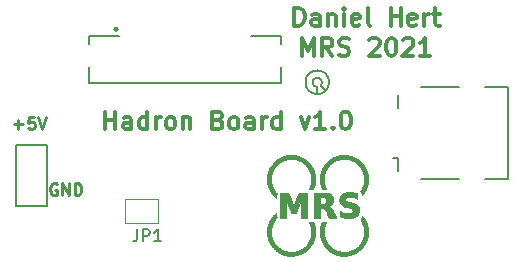
<source format=gto>
G04 #@! TF.GenerationSoftware,KiCad,Pcbnew,5.1.10-88a1d61d58~88~ubuntu20.04.1*
G04 #@! TF.CreationDate,2021-06-30T14:36:37+02:00*
G04 #@! TF.ProjectId,hadron_board,68616472-6f6e-45f6-926f-6172642e6b69,rev?*
G04 #@! TF.SameCoordinates,Original*
G04 #@! TF.FileFunction,Legend,Top*
G04 #@! TF.FilePolarity,Positive*
%FSLAX46Y46*%
G04 Gerber Fmt 4.6, Leading zero omitted, Abs format (unit mm)*
G04 Created by KiCad (PCBNEW 5.1.10-88a1d61d58~88~ubuntu20.04.1) date 2021-06-30 14:36:37*
%MOMM*%
%LPD*%
G01*
G04 APERTURE LIST*
%ADD10C,0.250000*%
%ADD11C,0.300000*%
%ADD12C,0.150000*%
%ADD13C,0.127000*%
%ADD14C,0.120000*%
%ADD15C,0.010000*%
%ADD16C,0.200000*%
G04 APERTURE END LIST*
D10*
X104138095Y-92800000D02*
X104042857Y-92752380D01*
X103900000Y-92752380D01*
X103757142Y-92800000D01*
X103661904Y-92895238D01*
X103614285Y-92990476D01*
X103566666Y-93180952D01*
X103566666Y-93323809D01*
X103614285Y-93514285D01*
X103661904Y-93609523D01*
X103757142Y-93704761D01*
X103900000Y-93752380D01*
X103995238Y-93752380D01*
X104138095Y-93704761D01*
X104185714Y-93657142D01*
X104185714Y-93323809D01*
X103995238Y-93323809D01*
X104614285Y-93752380D02*
X104614285Y-92752380D01*
X105185714Y-93752380D01*
X105185714Y-92752380D01*
X105661904Y-93752380D02*
X105661904Y-92752380D01*
X105900000Y-92752380D01*
X106042857Y-92800000D01*
X106138095Y-92895238D01*
X106185714Y-92990476D01*
X106233333Y-93180952D01*
X106233333Y-93323809D01*
X106185714Y-93514285D01*
X106138095Y-93609523D01*
X106042857Y-93704761D01*
X105900000Y-93752380D01*
X105661904Y-93752380D01*
X100514285Y-87771428D02*
X101276190Y-87771428D01*
X100895238Y-88152380D02*
X100895238Y-87390476D01*
X102228571Y-87152380D02*
X101752380Y-87152380D01*
X101704761Y-87628571D01*
X101752380Y-87580952D01*
X101847619Y-87533333D01*
X102085714Y-87533333D01*
X102180952Y-87580952D01*
X102228571Y-87628571D01*
X102276190Y-87723809D01*
X102276190Y-87961904D01*
X102228571Y-88057142D01*
X102180952Y-88104761D01*
X102085714Y-88152380D01*
X101847619Y-88152380D01*
X101752380Y-88104761D01*
X101704761Y-88057142D01*
X102561904Y-87152380D02*
X102895238Y-88152380D01*
X103228571Y-87152380D01*
D11*
X108242857Y-88178571D02*
X108242857Y-86678571D01*
X108242857Y-87392857D02*
X109100000Y-87392857D01*
X109100000Y-88178571D02*
X109100000Y-86678571D01*
X110457142Y-88178571D02*
X110457142Y-87392857D01*
X110385714Y-87250000D01*
X110242857Y-87178571D01*
X109957142Y-87178571D01*
X109814285Y-87250000D01*
X110457142Y-88107142D02*
X110314285Y-88178571D01*
X109957142Y-88178571D01*
X109814285Y-88107142D01*
X109742857Y-87964285D01*
X109742857Y-87821428D01*
X109814285Y-87678571D01*
X109957142Y-87607142D01*
X110314285Y-87607142D01*
X110457142Y-87535714D01*
X111814285Y-88178571D02*
X111814285Y-86678571D01*
X111814285Y-88107142D02*
X111671428Y-88178571D01*
X111385714Y-88178571D01*
X111242857Y-88107142D01*
X111171428Y-88035714D01*
X111100000Y-87892857D01*
X111100000Y-87464285D01*
X111171428Y-87321428D01*
X111242857Y-87250000D01*
X111385714Y-87178571D01*
X111671428Y-87178571D01*
X111814285Y-87250000D01*
X112528571Y-88178571D02*
X112528571Y-87178571D01*
X112528571Y-87464285D02*
X112600000Y-87321428D01*
X112671428Y-87250000D01*
X112814285Y-87178571D01*
X112957142Y-87178571D01*
X113671428Y-88178571D02*
X113528571Y-88107142D01*
X113457142Y-88035714D01*
X113385714Y-87892857D01*
X113385714Y-87464285D01*
X113457142Y-87321428D01*
X113528571Y-87250000D01*
X113671428Y-87178571D01*
X113885714Y-87178571D01*
X114028571Y-87250000D01*
X114100000Y-87321428D01*
X114171428Y-87464285D01*
X114171428Y-87892857D01*
X114100000Y-88035714D01*
X114028571Y-88107142D01*
X113885714Y-88178571D01*
X113671428Y-88178571D01*
X114814285Y-87178571D02*
X114814285Y-88178571D01*
X114814285Y-87321428D02*
X114885714Y-87250000D01*
X115028571Y-87178571D01*
X115242857Y-87178571D01*
X115385714Y-87250000D01*
X115457142Y-87392857D01*
X115457142Y-88178571D01*
X117814285Y-87392857D02*
X118028571Y-87464285D01*
X118100000Y-87535714D01*
X118171428Y-87678571D01*
X118171428Y-87892857D01*
X118100000Y-88035714D01*
X118028571Y-88107142D01*
X117885714Y-88178571D01*
X117314285Y-88178571D01*
X117314285Y-86678571D01*
X117814285Y-86678571D01*
X117957142Y-86750000D01*
X118028571Y-86821428D01*
X118100000Y-86964285D01*
X118100000Y-87107142D01*
X118028571Y-87250000D01*
X117957142Y-87321428D01*
X117814285Y-87392857D01*
X117314285Y-87392857D01*
X119028571Y-88178571D02*
X118885714Y-88107142D01*
X118814285Y-88035714D01*
X118742857Y-87892857D01*
X118742857Y-87464285D01*
X118814285Y-87321428D01*
X118885714Y-87250000D01*
X119028571Y-87178571D01*
X119242857Y-87178571D01*
X119385714Y-87250000D01*
X119457142Y-87321428D01*
X119528571Y-87464285D01*
X119528571Y-87892857D01*
X119457142Y-88035714D01*
X119385714Y-88107142D01*
X119242857Y-88178571D01*
X119028571Y-88178571D01*
X120814285Y-88178571D02*
X120814285Y-87392857D01*
X120742857Y-87250000D01*
X120600000Y-87178571D01*
X120314285Y-87178571D01*
X120171428Y-87250000D01*
X120814285Y-88107142D02*
X120671428Y-88178571D01*
X120314285Y-88178571D01*
X120171428Y-88107142D01*
X120100000Y-87964285D01*
X120100000Y-87821428D01*
X120171428Y-87678571D01*
X120314285Y-87607142D01*
X120671428Y-87607142D01*
X120814285Y-87535714D01*
X121528571Y-88178571D02*
X121528571Y-87178571D01*
X121528571Y-87464285D02*
X121600000Y-87321428D01*
X121671428Y-87250000D01*
X121814285Y-87178571D01*
X121957142Y-87178571D01*
X123100000Y-88178571D02*
X123100000Y-86678571D01*
X123100000Y-88107142D02*
X122957142Y-88178571D01*
X122671428Y-88178571D01*
X122528571Y-88107142D01*
X122457142Y-88035714D01*
X122385714Y-87892857D01*
X122385714Y-87464285D01*
X122457142Y-87321428D01*
X122528571Y-87250000D01*
X122671428Y-87178571D01*
X122957142Y-87178571D01*
X123100000Y-87250000D01*
X124814285Y-87178571D02*
X125171428Y-88178571D01*
X125528571Y-87178571D01*
X126885714Y-88178571D02*
X126028571Y-88178571D01*
X126457142Y-88178571D02*
X126457142Y-86678571D01*
X126314285Y-86892857D01*
X126171428Y-87035714D01*
X126028571Y-87107142D01*
X127528571Y-88035714D02*
X127600000Y-88107142D01*
X127528571Y-88178571D01*
X127457142Y-88107142D01*
X127528571Y-88035714D01*
X127528571Y-88178571D01*
X128528571Y-86678571D02*
X128671428Y-86678571D01*
X128814285Y-86750000D01*
X128885714Y-86821428D01*
X128957142Y-86964285D01*
X129028571Y-87250000D01*
X129028571Y-87607142D01*
X128957142Y-87892857D01*
X128885714Y-88035714D01*
X128814285Y-88107142D01*
X128671428Y-88178571D01*
X128528571Y-88178571D01*
X128385714Y-88107142D01*
X128314285Y-88035714D01*
X128242857Y-87892857D01*
X128171428Y-87607142D01*
X128171428Y-87250000D01*
X128242857Y-86964285D01*
X128314285Y-86821428D01*
X128385714Y-86750000D01*
X128528571Y-86678571D01*
X124264285Y-79403571D02*
X124264285Y-77903571D01*
X124621428Y-77903571D01*
X124835714Y-77975000D01*
X124978571Y-78117857D01*
X125050000Y-78260714D01*
X125121428Y-78546428D01*
X125121428Y-78760714D01*
X125050000Y-79046428D01*
X124978571Y-79189285D01*
X124835714Y-79332142D01*
X124621428Y-79403571D01*
X124264285Y-79403571D01*
X126407142Y-79403571D02*
X126407142Y-78617857D01*
X126335714Y-78475000D01*
X126192857Y-78403571D01*
X125907142Y-78403571D01*
X125764285Y-78475000D01*
X126407142Y-79332142D02*
X126264285Y-79403571D01*
X125907142Y-79403571D01*
X125764285Y-79332142D01*
X125692857Y-79189285D01*
X125692857Y-79046428D01*
X125764285Y-78903571D01*
X125907142Y-78832142D01*
X126264285Y-78832142D01*
X126407142Y-78760714D01*
X127121428Y-78403571D02*
X127121428Y-79403571D01*
X127121428Y-78546428D02*
X127192857Y-78475000D01*
X127335714Y-78403571D01*
X127550000Y-78403571D01*
X127692857Y-78475000D01*
X127764285Y-78617857D01*
X127764285Y-79403571D01*
X128478571Y-79403571D02*
X128478571Y-78403571D01*
X128478571Y-77903571D02*
X128407142Y-77975000D01*
X128478571Y-78046428D01*
X128550000Y-77975000D01*
X128478571Y-77903571D01*
X128478571Y-78046428D01*
X129764285Y-79332142D02*
X129621428Y-79403571D01*
X129335714Y-79403571D01*
X129192857Y-79332142D01*
X129121428Y-79189285D01*
X129121428Y-78617857D01*
X129192857Y-78475000D01*
X129335714Y-78403571D01*
X129621428Y-78403571D01*
X129764285Y-78475000D01*
X129835714Y-78617857D01*
X129835714Y-78760714D01*
X129121428Y-78903571D01*
X130692857Y-79403571D02*
X130550000Y-79332142D01*
X130478571Y-79189285D01*
X130478571Y-77903571D01*
X132407142Y-79403571D02*
X132407142Y-77903571D01*
X132407142Y-78617857D02*
X133264285Y-78617857D01*
X133264285Y-79403571D02*
X133264285Y-77903571D01*
X134550000Y-79332142D02*
X134407142Y-79403571D01*
X134121428Y-79403571D01*
X133978571Y-79332142D01*
X133907142Y-79189285D01*
X133907142Y-78617857D01*
X133978571Y-78475000D01*
X134121428Y-78403571D01*
X134407142Y-78403571D01*
X134550000Y-78475000D01*
X134621428Y-78617857D01*
X134621428Y-78760714D01*
X133907142Y-78903571D01*
X135264285Y-79403571D02*
X135264285Y-78403571D01*
X135264285Y-78689285D02*
X135335714Y-78546428D01*
X135407142Y-78475000D01*
X135550000Y-78403571D01*
X135692857Y-78403571D01*
X135978571Y-78403571D02*
X136550000Y-78403571D01*
X136192857Y-77903571D02*
X136192857Y-79189285D01*
X136264285Y-79332142D01*
X136407142Y-79403571D01*
X136550000Y-79403571D01*
X124907142Y-81953571D02*
X124907142Y-80453571D01*
X125407142Y-81525000D01*
X125907142Y-80453571D01*
X125907142Y-81953571D01*
X127478571Y-81953571D02*
X126978571Y-81239285D01*
X126621428Y-81953571D02*
X126621428Y-80453571D01*
X127192857Y-80453571D01*
X127335714Y-80525000D01*
X127407142Y-80596428D01*
X127478571Y-80739285D01*
X127478571Y-80953571D01*
X127407142Y-81096428D01*
X127335714Y-81167857D01*
X127192857Y-81239285D01*
X126621428Y-81239285D01*
X128050000Y-81882142D02*
X128264285Y-81953571D01*
X128621428Y-81953571D01*
X128764285Y-81882142D01*
X128835714Y-81810714D01*
X128907142Y-81667857D01*
X128907142Y-81525000D01*
X128835714Y-81382142D01*
X128764285Y-81310714D01*
X128621428Y-81239285D01*
X128335714Y-81167857D01*
X128192857Y-81096428D01*
X128121428Y-81025000D01*
X128050000Y-80882142D01*
X128050000Y-80739285D01*
X128121428Y-80596428D01*
X128192857Y-80525000D01*
X128335714Y-80453571D01*
X128692857Y-80453571D01*
X128907142Y-80525000D01*
X130621428Y-80596428D02*
X130692857Y-80525000D01*
X130835714Y-80453571D01*
X131192857Y-80453571D01*
X131335714Y-80525000D01*
X131407142Y-80596428D01*
X131478571Y-80739285D01*
X131478571Y-80882142D01*
X131407142Y-81096428D01*
X130550000Y-81953571D01*
X131478571Y-81953571D01*
X132407142Y-80453571D02*
X132550000Y-80453571D01*
X132692857Y-80525000D01*
X132764285Y-80596428D01*
X132835714Y-80739285D01*
X132907142Y-81025000D01*
X132907142Y-81382142D01*
X132835714Y-81667857D01*
X132764285Y-81810714D01*
X132692857Y-81882142D01*
X132550000Y-81953571D01*
X132407142Y-81953571D01*
X132264285Y-81882142D01*
X132192857Y-81810714D01*
X132121428Y-81667857D01*
X132050000Y-81382142D01*
X132050000Y-81025000D01*
X132121428Y-80739285D01*
X132192857Y-80596428D01*
X132264285Y-80525000D01*
X132407142Y-80453571D01*
X133478571Y-80596428D02*
X133550000Y-80525000D01*
X133692857Y-80453571D01*
X134050000Y-80453571D01*
X134192857Y-80525000D01*
X134264285Y-80596428D01*
X134335714Y-80739285D01*
X134335714Y-80882142D01*
X134264285Y-81096428D01*
X133407142Y-81953571D01*
X134335714Y-81953571D01*
X135764285Y-81953571D02*
X134907142Y-81953571D01*
X135335714Y-81953571D02*
X135335714Y-80453571D01*
X135192857Y-80667857D01*
X135050000Y-80810714D01*
X134907142Y-80882142D01*
D12*
X142360000Y-92410000D02*
X140410000Y-92410000D01*
X138190000Y-92410000D02*
X134960000Y-92410000D01*
X133040000Y-91690000D02*
X133040000Y-90610000D01*
X133040000Y-86390000D02*
X133040000Y-85310000D01*
X138190000Y-84590000D02*
X134960000Y-84590000D01*
X142360000Y-84590000D02*
X140410000Y-84590000D01*
X133040000Y-90610000D02*
X132610000Y-90610000D01*
X142360000Y-84590000D02*
X142360000Y-92410000D01*
D13*
X109400000Y-80250000D02*
X106900000Y-80250000D01*
X106900000Y-80250000D02*
X106900000Y-80950000D01*
X120600000Y-80250000D02*
X123100000Y-80250000D01*
X123100000Y-80250000D02*
X123100000Y-80950000D01*
X123100000Y-82900000D02*
X123100000Y-84300000D01*
X123100000Y-84300000D02*
X106900000Y-84300000D01*
X106900000Y-84300000D02*
X106900000Y-82900000D01*
D11*
X109220709Y-79700000D02*
G75*
G03*
X109220709Y-79700000I-70709J0D01*
G01*
D12*
X100700000Y-94700000D02*
X100700000Y-94600000D01*
X103300000Y-94700000D02*
X100700000Y-94700000D01*
X103300000Y-89500000D02*
X103300000Y-94700000D01*
X100700000Y-89500000D02*
X103300000Y-89500000D01*
X100700000Y-94600000D02*
X100700000Y-89500000D01*
D14*
X109900000Y-96100000D02*
X109900000Y-94100000D01*
X112700000Y-96100000D02*
X109900000Y-96100000D01*
X112700000Y-94100000D02*
X112700000Y-96100000D01*
X109900000Y-94100000D02*
X112700000Y-94100000D01*
D15*
G36*
X122712580Y-95305262D02*
G01*
X122716175Y-95320115D01*
X122720212Y-95349158D01*
X122723999Y-95387072D01*
X122725207Y-95402401D01*
X122730110Y-95452813D01*
X122737247Y-95506487D01*
X122745158Y-95552581D01*
X122745946Y-95556410D01*
X122760484Y-95625517D01*
X122677898Y-95726671D01*
X122647987Y-95764279D01*
X122623852Y-95796500D01*
X122607590Y-95820388D01*
X122601297Y-95832996D01*
X122601515Y-95834028D01*
X122600060Y-95844621D01*
X122587965Y-95861619D01*
X122587457Y-95862173D01*
X122573056Y-95881436D01*
X122553770Y-95912002D01*
X122533462Y-95947700D01*
X122530893Y-95952500D01*
X122510038Y-95990134D01*
X122489132Y-96025168D01*
X122472433Y-96050492D01*
X122471333Y-96051982D01*
X122456552Y-96073159D01*
X122448546Y-96087376D01*
X122448077Y-96089233D01*
X122444213Y-96100474D01*
X122434020Y-96124449D01*
X122419589Y-96156262D01*
X122417513Y-96160711D01*
X122392309Y-96214793D01*
X122374086Y-96254683D01*
X122361447Y-96283839D01*
X122352993Y-96305720D01*
X122347327Y-96323783D01*
X122343050Y-96341488D01*
X122341536Y-96348657D01*
X122326789Y-96418354D01*
X122314111Y-96474911D01*
X122303912Y-96516606D01*
X122296603Y-96541716D01*
X122294046Y-96547706D01*
X122289495Y-96564730D01*
X122285626Y-96597884D01*
X122282534Y-96643767D01*
X122280317Y-96698980D01*
X122279069Y-96760123D01*
X122278887Y-96823796D01*
X122279867Y-96886600D01*
X122282104Y-96945134D01*
X122282583Y-96953846D01*
X122287044Y-97023437D01*
X122292013Y-97079244D01*
X122298438Y-97127015D01*
X122307268Y-97172502D01*
X122319450Y-97221452D01*
X122335934Y-97279615D01*
X122336793Y-97282545D01*
X122347588Y-97321416D01*
X122355741Y-97354757D01*
X122359892Y-97376870D01*
X122360154Y-97380506D01*
X122365575Y-97403207D01*
X122373391Y-97418153D01*
X122382957Y-97436866D01*
X122395525Y-97467743D01*
X122408442Y-97504245D01*
X122408954Y-97505807D01*
X122418152Y-97532835D01*
X122427898Y-97558200D01*
X122439801Y-97585263D01*
X122455470Y-97617386D01*
X122476516Y-97657929D01*
X122504547Y-97710254D01*
X122524338Y-97746770D01*
X122570944Y-97821970D01*
X122632491Y-97904303D01*
X122706945Y-97991229D01*
X122789382Y-98077349D01*
X122854248Y-98139970D01*
X122909279Y-98188972D01*
X122956655Y-98226143D01*
X122998559Y-98253269D01*
X123014692Y-98261917D01*
X123049496Y-98281460D01*
X123083565Y-98303724D01*
X123092846Y-98310602D01*
X123164305Y-98358868D01*
X123231376Y-98389283D01*
X123233704Y-98390039D01*
X123267378Y-98402789D01*
X123299006Y-98417729D01*
X123302089Y-98419441D01*
X123329026Y-98432397D01*
X123364597Y-98446562D01*
X123385247Y-98453704D01*
X123421150Y-98466723D01*
X123454289Y-98481082D01*
X123468286Y-98488378D01*
X123493503Y-98499001D01*
X123529917Y-98509503D01*
X123566654Y-98517067D01*
X123609174Y-98524879D01*
X123651103Y-98534022D01*
X123679000Y-98541290D01*
X123708937Y-98547864D01*
X123751018Y-98554148D01*
X123797861Y-98559107D01*
X123815769Y-98560455D01*
X123865179Y-98562212D01*
X123926271Y-98562113D01*
X123994950Y-98560390D01*
X124067119Y-98557275D01*
X124138685Y-98553000D01*
X124205552Y-98547797D01*
X124263625Y-98541896D01*
X124308809Y-98535531D01*
X124328654Y-98531428D01*
X124378512Y-98517719D01*
X124436205Y-98500243D01*
X124497940Y-98480319D01*
X124559923Y-98459269D01*
X124618360Y-98438411D01*
X124669459Y-98419068D01*
X124709425Y-98402558D01*
X124734467Y-98390203D01*
X124734612Y-98390116D01*
X124764991Y-98373049D01*
X124792463Y-98359829D01*
X124802997Y-98355838D01*
X124827685Y-98345141D01*
X124841538Y-98336028D01*
X124857470Y-98325077D01*
X124884615Y-98308817D01*
X124914206Y-98292345D01*
X124984695Y-98248167D01*
X125061074Y-98188917D01*
X125140653Y-98117079D01*
X125220741Y-98035135D01*
X125298647Y-97945567D01*
X125323347Y-97914851D01*
X125371274Y-97853615D01*
X125408382Y-97805063D01*
X125436310Y-97766828D01*
X125456700Y-97736544D01*
X125471189Y-97711842D01*
X125481418Y-97690356D01*
X125484863Y-97681654D01*
X125499830Y-97648363D01*
X125517608Y-97617305D01*
X125520377Y-97613269D01*
X125532048Y-97592215D01*
X125547613Y-97557700D01*
X125564885Y-97514830D01*
X125578972Y-97476500D01*
X125595040Y-97431945D01*
X125609976Y-97392737D01*
X125621988Y-97363444D01*
X125628718Y-97349500D01*
X125636810Y-97328863D01*
X125644382Y-97297371D01*
X125647795Y-97276427D01*
X125654543Y-97237509D01*
X125663664Y-97199593D01*
X125668264Y-97184834D01*
X125676791Y-97150093D01*
X125681417Y-97110676D01*
X125681692Y-97100614D01*
X125684029Y-97065102D01*
X125689873Y-97032223D01*
X125692311Y-97023992D01*
X125695998Y-97005319D01*
X125697775Y-96974668D01*
X125697638Y-96930153D01*
X125695583Y-96869889D01*
X125691798Y-96795399D01*
X125686497Y-96706930D01*
X125681197Y-96634435D01*
X125675338Y-96574357D01*
X125668362Y-96523139D01*
X125659709Y-96477226D01*
X125648820Y-96433060D01*
X125635137Y-96387086D01*
X125620826Y-96343733D01*
X125605542Y-96297991D01*
X125592702Y-96258111D01*
X125583594Y-96228195D01*
X125579505Y-96212342D01*
X125579438Y-96211849D01*
X125576910Y-96198370D01*
X125571211Y-96181123D01*
X125560840Y-96156464D01*
X125544293Y-96120749D01*
X125526862Y-96084384D01*
X125510178Y-96049799D01*
X125496823Y-96022055D01*
X125489029Y-96005794D01*
X125488082Y-96003788D01*
X125496187Y-96001416D01*
X125520780Y-95999365D01*
X125558811Y-95997767D01*
X125607229Y-95996757D01*
X125654908Y-95996461D01*
X125825138Y-95996461D01*
X125837297Y-96037980D01*
X125847762Y-96068613D01*
X125858916Y-96093991D01*
X125861785Y-96099038D01*
X125872724Y-96121056D01*
X125884203Y-96150830D01*
X125886442Y-96157654D01*
X125896861Y-96184592D01*
X125907647Y-96203621D01*
X125910310Y-96206500D01*
X125920554Y-96222718D01*
X125933247Y-96254064D01*
X125947199Y-96296467D01*
X125961216Y-96345859D01*
X125974106Y-96398170D01*
X125984678Y-96449331D01*
X125989019Y-96475154D01*
X125994411Y-96517723D01*
X125999866Y-96573089D01*
X126005170Y-96637553D01*
X126010110Y-96707412D01*
X126014473Y-96778969D01*
X126018045Y-96848521D01*
X126020614Y-96912370D01*
X126021967Y-96966815D01*
X126021890Y-97008155D01*
X126020838Y-97027659D01*
X126014256Y-97085338D01*
X126006521Y-97142172D01*
X125998369Y-97193529D01*
X125990537Y-97234776D01*
X125983761Y-97261280D01*
X125983659Y-97261577D01*
X125976965Y-97285582D01*
X125968782Y-97321514D01*
X125960772Y-97362018D01*
X125960030Y-97366113D01*
X125951727Y-97405419D01*
X125942278Y-97439631D01*
X125933560Y-97462073D01*
X125932561Y-97463806D01*
X125924182Y-97481338D01*
X125911331Y-97513107D01*
X125895675Y-97554798D01*
X125878879Y-97602099D01*
X125876716Y-97608384D01*
X125859198Y-97656979D01*
X125841660Y-97701297D01*
X125826038Y-97736709D01*
X125814266Y-97758589D01*
X125813409Y-97759807D01*
X125796550Y-97786701D01*
X125784768Y-97812154D01*
X125784316Y-97813538D01*
X125779203Y-97826615D01*
X125770217Y-97843886D01*
X125755760Y-97867945D01*
X125734235Y-97901384D01*
X125704047Y-97946794D01*
X125682496Y-97978813D01*
X125657916Y-98012898D01*
X125623511Y-98057477D01*
X125582580Y-98108569D01*
X125538421Y-98162191D01*
X125494332Y-98214364D01*
X125453611Y-98261105D01*
X125419557Y-98298433D01*
X125406957Y-98311428D01*
X125366878Y-98349527D01*
X125319279Y-98391634D01*
X125267687Y-98434935D01*
X125215632Y-98476618D01*
X125166641Y-98513868D01*
X125124242Y-98543873D01*
X125091965Y-98563817D01*
X125087677Y-98566035D01*
X125052599Y-98585431D01*
X125018412Y-98607431D01*
X125007615Y-98615356D01*
X124980409Y-98633841D01*
X124954765Y-98647135D01*
X124949000Y-98649201D01*
X124928620Y-98657119D01*
X124897264Y-98671352D01*
X124861202Y-98689034D01*
X124855850Y-98691769D01*
X124821912Y-98707207D01*
X124773123Y-98726710D01*
X124713400Y-98748910D01*
X124646660Y-98772438D01*
X124576821Y-98795928D01*
X124507799Y-98818010D01*
X124443511Y-98837318D01*
X124420241Y-98843891D01*
X124376654Y-98853043D01*
X124317199Y-98861352D01*
X124245533Y-98868641D01*
X124165315Y-98874733D01*
X124080202Y-98879448D01*
X123993854Y-98882610D01*
X123909927Y-98884041D01*
X123832081Y-98883563D01*
X123763973Y-98880998D01*
X123723102Y-98877768D01*
X123677272Y-98871927D01*
X123633092Y-98864459D01*
X123598357Y-98856732D01*
X123591218Y-98854655D01*
X123552431Y-98844121D01*
X123511673Y-98835595D01*
X123503154Y-98834230D01*
X123458957Y-98825983D01*
X123412883Y-98814483D01*
X123371147Y-98801537D01*
X123339965Y-98788956D01*
X123331669Y-98784320D01*
X123311647Y-98774057D01*
X123280702Y-98761149D01*
X123254633Y-98751589D01*
X123200855Y-98731272D01*
X123141456Y-98705846D01*
X123081062Y-98677583D01*
X123024301Y-98648754D01*
X122975799Y-98621632D01*
X122940183Y-98598488D01*
X122935395Y-98594838D01*
X122907028Y-98574721D01*
X122870478Y-98551756D01*
X122843189Y-98536168D01*
X122809009Y-98515444D01*
X122767397Y-98486983D01*
X122725667Y-98455866D01*
X122712447Y-98445337D01*
X122663642Y-98403515D01*
X122609668Y-98353659D01*
X122553458Y-98298824D01*
X122497948Y-98242067D01*
X122446072Y-98186446D01*
X122400763Y-98135016D01*
X122364958Y-98090834D01*
X122345059Y-98062654D01*
X122326597Y-98035193D01*
X122304649Y-98004783D01*
X122300392Y-97999154D01*
X122277378Y-97965215D01*
X122249147Y-97917758D01*
X122218016Y-97861294D01*
X122186302Y-97800330D01*
X122156325Y-97739377D01*
X122130400Y-97682944D01*
X122110847Y-97635540D01*
X122104903Y-97618835D01*
X122091045Y-97580004D01*
X122076304Y-97543463D01*
X122065615Y-97520606D01*
X122053784Y-97493963D01*
X122047740Y-97471828D01*
X122047538Y-97468800D01*
X122044851Y-97451606D01*
X122037457Y-97419521D01*
X122026360Y-97376337D01*
X122012563Y-97325850D01*
X121997068Y-97271853D01*
X121983727Y-97227384D01*
X121975178Y-97187834D01*
X121968222Y-97132374D01*
X121962865Y-97064370D01*
X121959112Y-96987191D01*
X121956967Y-96904204D01*
X121956436Y-96818777D01*
X121957522Y-96734277D01*
X121960232Y-96654072D01*
X121964569Y-96581529D01*
X121970538Y-96520015D01*
X121978145Y-96472900D01*
X121982620Y-96455615D01*
X121991580Y-96424116D01*
X122002292Y-96382036D01*
X122012586Y-96337934D01*
X122013562Y-96333500D01*
X122030315Y-96262341D01*
X122046547Y-96203925D01*
X122061550Y-96160609D01*
X122072372Y-96138115D01*
X122083676Y-96115233D01*
X122094707Y-96086262D01*
X122095313Y-96084384D01*
X122106322Y-96055229D01*
X122122045Y-96019667D01*
X122130594Y-96002132D01*
X122144191Y-95973591D01*
X122153094Y-95951521D01*
X122155094Y-95943517D01*
X122160829Y-95930428D01*
X122175433Y-95908275D01*
X122187706Y-95892064D01*
X122209436Y-95861400D01*
X122233754Y-95822124D01*
X122253039Y-95787188D01*
X122266637Y-95764347D01*
X122288594Y-95731663D01*
X122316838Y-95691839D01*
X122349298Y-95647581D01*
X122383902Y-95601592D01*
X122418580Y-95556577D01*
X122451259Y-95515241D01*
X122479868Y-95480286D01*
X122502336Y-95454418D01*
X122516591Y-95440341D01*
X122520065Y-95438578D01*
X122529579Y-95433137D01*
X122550956Y-95417621D01*
X122581017Y-95394422D01*
X122616158Y-95366277D01*
X122659860Y-95331985D01*
X122690239Y-95311154D01*
X122707815Y-95303456D01*
X122712580Y-95305262D01*
G37*
X122712580Y-95305262D02*
X122716175Y-95320115D01*
X122720212Y-95349158D01*
X122723999Y-95387072D01*
X122725207Y-95402401D01*
X122730110Y-95452813D01*
X122737247Y-95506487D01*
X122745158Y-95552581D01*
X122745946Y-95556410D01*
X122760484Y-95625517D01*
X122677898Y-95726671D01*
X122647987Y-95764279D01*
X122623852Y-95796500D01*
X122607590Y-95820388D01*
X122601297Y-95832996D01*
X122601515Y-95834028D01*
X122600060Y-95844621D01*
X122587965Y-95861619D01*
X122587457Y-95862173D01*
X122573056Y-95881436D01*
X122553770Y-95912002D01*
X122533462Y-95947700D01*
X122530893Y-95952500D01*
X122510038Y-95990134D01*
X122489132Y-96025168D01*
X122472433Y-96050492D01*
X122471333Y-96051982D01*
X122456552Y-96073159D01*
X122448546Y-96087376D01*
X122448077Y-96089233D01*
X122444213Y-96100474D01*
X122434020Y-96124449D01*
X122419589Y-96156262D01*
X122417513Y-96160711D01*
X122392309Y-96214793D01*
X122374086Y-96254683D01*
X122361447Y-96283839D01*
X122352993Y-96305720D01*
X122347327Y-96323783D01*
X122343050Y-96341488D01*
X122341536Y-96348657D01*
X122326789Y-96418354D01*
X122314111Y-96474911D01*
X122303912Y-96516606D01*
X122296603Y-96541716D01*
X122294046Y-96547706D01*
X122289495Y-96564730D01*
X122285626Y-96597884D01*
X122282534Y-96643767D01*
X122280317Y-96698980D01*
X122279069Y-96760123D01*
X122278887Y-96823796D01*
X122279867Y-96886600D01*
X122282104Y-96945134D01*
X122282583Y-96953846D01*
X122287044Y-97023437D01*
X122292013Y-97079244D01*
X122298438Y-97127015D01*
X122307268Y-97172502D01*
X122319450Y-97221452D01*
X122335934Y-97279615D01*
X122336793Y-97282545D01*
X122347588Y-97321416D01*
X122355741Y-97354757D01*
X122359892Y-97376870D01*
X122360154Y-97380506D01*
X122365575Y-97403207D01*
X122373391Y-97418153D01*
X122382957Y-97436866D01*
X122395525Y-97467743D01*
X122408442Y-97504245D01*
X122408954Y-97505807D01*
X122418152Y-97532835D01*
X122427898Y-97558200D01*
X122439801Y-97585263D01*
X122455470Y-97617386D01*
X122476516Y-97657929D01*
X122504547Y-97710254D01*
X122524338Y-97746770D01*
X122570944Y-97821970D01*
X122632491Y-97904303D01*
X122706945Y-97991229D01*
X122789382Y-98077349D01*
X122854248Y-98139970D01*
X122909279Y-98188972D01*
X122956655Y-98226143D01*
X122998559Y-98253269D01*
X123014692Y-98261917D01*
X123049496Y-98281460D01*
X123083565Y-98303724D01*
X123092846Y-98310602D01*
X123164305Y-98358868D01*
X123231376Y-98389283D01*
X123233704Y-98390039D01*
X123267378Y-98402789D01*
X123299006Y-98417729D01*
X123302089Y-98419441D01*
X123329026Y-98432397D01*
X123364597Y-98446562D01*
X123385247Y-98453704D01*
X123421150Y-98466723D01*
X123454289Y-98481082D01*
X123468286Y-98488378D01*
X123493503Y-98499001D01*
X123529917Y-98509503D01*
X123566654Y-98517067D01*
X123609174Y-98524879D01*
X123651103Y-98534022D01*
X123679000Y-98541290D01*
X123708937Y-98547864D01*
X123751018Y-98554148D01*
X123797861Y-98559107D01*
X123815769Y-98560455D01*
X123865179Y-98562212D01*
X123926271Y-98562113D01*
X123994950Y-98560390D01*
X124067119Y-98557275D01*
X124138685Y-98553000D01*
X124205552Y-98547797D01*
X124263625Y-98541896D01*
X124308809Y-98535531D01*
X124328654Y-98531428D01*
X124378512Y-98517719D01*
X124436205Y-98500243D01*
X124497940Y-98480319D01*
X124559923Y-98459269D01*
X124618360Y-98438411D01*
X124669459Y-98419068D01*
X124709425Y-98402558D01*
X124734467Y-98390203D01*
X124734612Y-98390116D01*
X124764991Y-98373049D01*
X124792463Y-98359829D01*
X124802997Y-98355838D01*
X124827685Y-98345141D01*
X124841538Y-98336028D01*
X124857470Y-98325077D01*
X124884615Y-98308817D01*
X124914206Y-98292345D01*
X124984695Y-98248167D01*
X125061074Y-98188917D01*
X125140653Y-98117079D01*
X125220741Y-98035135D01*
X125298647Y-97945567D01*
X125323347Y-97914851D01*
X125371274Y-97853615D01*
X125408382Y-97805063D01*
X125436310Y-97766828D01*
X125456700Y-97736544D01*
X125471189Y-97711842D01*
X125481418Y-97690356D01*
X125484863Y-97681654D01*
X125499830Y-97648363D01*
X125517608Y-97617305D01*
X125520377Y-97613269D01*
X125532048Y-97592215D01*
X125547613Y-97557700D01*
X125564885Y-97514830D01*
X125578972Y-97476500D01*
X125595040Y-97431945D01*
X125609976Y-97392737D01*
X125621988Y-97363444D01*
X125628718Y-97349500D01*
X125636810Y-97328863D01*
X125644382Y-97297371D01*
X125647795Y-97276427D01*
X125654543Y-97237509D01*
X125663664Y-97199593D01*
X125668264Y-97184834D01*
X125676791Y-97150093D01*
X125681417Y-97110676D01*
X125681692Y-97100614D01*
X125684029Y-97065102D01*
X125689873Y-97032223D01*
X125692311Y-97023992D01*
X125695998Y-97005319D01*
X125697775Y-96974668D01*
X125697638Y-96930153D01*
X125695583Y-96869889D01*
X125691798Y-96795399D01*
X125686497Y-96706930D01*
X125681197Y-96634435D01*
X125675338Y-96574357D01*
X125668362Y-96523139D01*
X125659709Y-96477226D01*
X125648820Y-96433060D01*
X125635137Y-96387086D01*
X125620826Y-96343733D01*
X125605542Y-96297991D01*
X125592702Y-96258111D01*
X125583594Y-96228195D01*
X125579505Y-96212342D01*
X125579438Y-96211849D01*
X125576910Y-96198370D01*
X125571211Y-96181123D01*
X125560840Y-96156464D01*
X125544293Y-96120749D01*
X125526862Y-96084384D01*
X125510178Y-96049799D01*
X125496823Y-96022055D01*
X125489029Y-96005794D01*
X125488082Y-96003788D01*
X125496187Y-96001416D01*
X125520780Y-95999365D01*
X125558811Y-95997767D01*
X125607229Y-95996757D01*
X125654908Y-95996461D01*
X125825138Y-95996461D01*
X125837297Y-96037980D01*
X125847762Y-96068613D01*
X125858916Y-96093991D01*
X125861785Y-96099038D01*
X125872724Y-96121056D01*
X125884203Y-96150830D01*
X125886442Y-96157654D01*
X125896861Y-96184592D01*
X125907647Y-96203621D01*
X125910310Y-96206500D01*
X125920554Y-96222718D01*
X125933247Y-96254064D01*
X125947199Y-96296467D01*
X125961216Y-96345859D01*
X125974106Y-96398170D01*
X125984678Y-96449331D01*
X125989019Y-96475154D01*
X125994411Y-96517723D01*
X125999866Y-96573089D01*
X126005170Y-96637553D01*
X126010110Y-96707412D01*
X126014473Y-96778969D01*
X126018045Y-96848521D01*
X126020614Y-96912370D01*
X126021967Y-96966815D01*
X126021890Y-97008155D01*
X126020838Y-97027659D01*
X126014256Y-97085338D01*
X126006521Y-97142172D01*
X125998369Y-97193529D01*
X125990537Y-97234776D01*
X125983761Y-97261280D01*
X125983659Y-97261577D01*
X125976965Y-97285582D01*
X125968782Y-97321514D01*
X125960772Y-97362018D01*
X125960030Y-97366113D01*
X125951727Y-97405419D01*
X125942278Y-97439631D01*
X125933560Y-97462073D01*
X125932561Y-97463806D01*
X125924182Y-97481338D01*
X125911331Y-97513107D01*
X125895675Y-97554798D01*
X125878879Y-97602099D01*
X125876716Y-97608384D01*
X125859198Y-97656979D01*
X125841660Y-97701297D01*
X125826038Y-97736709D01*
X125814266Y-97758589D01*
X125813409Y-97759807D01*
X125796550Y-97786701D01*
X125784768Y-97812154D01*
X125784316Y-97813538D01*
X125779203Y-97826615D01*
X125770217Y-97843886D01*
X125755760Y-97867945D01*
X125734235Y-97901384D01*
X125704047Y-97946794D01*
X125682496Y-97978813D01*
X125657916Y-98012898D01*
X125623511Y-98057477D01*
X125582580Y-98108569D01*
X125538421Y-98162191D01*
X125494332Y-98214364D01*
X125453611Y-98261105D01*
X125419557Y-98298433D01*
X125406957Y-98311428D01*
X125366878Y-98349527D01*
X125319279Y-98391634D01*
X125267687Y-98434935D01*
X125215632Y-98476618D01*
X125166641Y-98513868D01*
X125124242Y-98543873D01*
X125091965Y-98563817D01*
X125087677Y-98566035D01*
X125052599Y-98585431D01*
X125018412Y-98607431D01*
X125007615Y-98615356D01*
X124980409Y-98633841D01*
X124954765Y-98647135D01*
X124949000Y-98649201D01*
X124928620Y-98657119D01*
X124897264Y-98671352D01*
X124861202Y-98689034D01*
X124855850Y-98691769D01*
X124821912Y-98707207D01*
X124773123Y-98726710D01*
X124713400Y-98748910D01*
X124646660Y-98772438D01*
X124576821Y-98795928D01*
X124507799Y-98818010D01*
X124443511Y-98837318D01*
X124420241Y-98843891D01*
X124376654Y-98853043D01*
X124317199Y-98861352D01*
X124245533Y-98868641D01*
X124165315Y-98874733D01*
X124080202Y-98879448D01*
X123993854Y-98882610D01*
X123909927Y-98884041D01*
X123832081Y-98883563D01*
X123763973Y-98880998D01*
X123723102Y-98877768D01*
X123677272Y-98871927D01*
X123633092Y-98864459D01*
X123598357Y-98856732D01*
X123591218Y-98854655D01*
X123552431Y-98844121D01*
X123511673Y-98835595D01*
X123503154Y-98834230D01*
X123458957Y-98825983D01*
X123412883Y-98814483D01*
X123371147Y-98801537D01*
X123339965Y-98788956D01*
X123331669Y-98784320D01*
X123311647Y-98774057D01*
X123280702Y-98761149D01*
X123254633Y-98751589D01*
X123200855Y-98731272D01*
X123141456Y-98705846D01*
X123081062Y-98677583D01*
X123024301Y-98648754D01*
X122975799Y-98621632D01*
X122940183Y-98598488D01*
X122935395Y-98594838D01*
X122907028Y-98574721D01*
X122870478Y-98551756D01*
X122843189Y-98536168D01*
X122809009Y-98515444D01*
X122767397Y-98486983D01*
X122725667Y-98455866D01*
X122712447Y-98445337D01*
X122663642Y-98403515D01*
X122609668Y-98353659D01*
X122553458Y-98298824D01*
X122497948Y-98242067D01*
X122446072Y-98186446D01*
X122400763Y-98135016D01*
X122364958Y-98090834D01*
X122345059Y-98062654D01*
X122326597Y-98035193D01*
X122304649Y-98004783D01*
X122300392Y-97999154D01*
X122277378Y-97965215D01*
X122249147Y-97917758D01*
X122218016Y-97861294D01*
X122186302Y-97800330D01*
X122156325Y-97739377D01*
X122130400Y-97682944D01*
X122110847Y-97635540D01*
X122104903Y-97618835D01*
X122091045Y-97580004D01*
X122076304Y-97543463D01*
X122065615Y-97520606D01*
X122053784Y-97493963D01*
X122047740Y-97471828D01*
X122047538Y-97468800D01*
X122044851Y-97451606D01*
X122037457Y-97419521D01*
X122026360Y-97376337D01*
X122012563Y-97325850D01*
X121997068Y-97271853D01*
X121983727Y-97227384D01*
X121975178Y-97187834D01*
X121968222Y-97132374D01*
X121962865Y-97064370D01*
X121959112Y-96987191D01*
X121956967Y-96904204D01*
X121956436Y-96818777D01*
X121957522Y-96734277D01*
X121960232Y-96654072D01*
X121964569Y-96581529D01*
X121970538Y-96520015D01*
X121978145Y-96472900D01*
X121982620Y-96455615D01*
X121991580Y-96424116D01*
X122002292Y-96382036D01*
X122012586Y-96337934D01*
X122013562Y-96333500D01*
X122030315Y-96262341D01*
X122046547Y-96203925D01*
X122061550Y-96160609D01*
X122072372Y-96138115D01*
X122083676Y-96115233D01*
X122094707Y-96086262D01*
X122095313Y-96084384D01*
X122106322Y-96055229D01*
X122122045Y-96019667D01*
X122130594Y-96002132D01*
X122144191Y-95973591D01*
X122153094Y-95951521D01*
X122155094Y-95943517D01*
X122160829Y-95930428D01*
X122175433Y-95908275D01*
X122187706Y-95892064D01*
X122209436Y-95861400D01*
X122233754Y-95822124D01*
X122253039Y-95787188D01*
X122266637Y-95764347D01*
X122288594Y-95731663D01*
X122316838Y-95691839D01*
X122349298Y-95647581D01*
X122383902Y-95601592D01*
X122418580Y-95556577D01*
X122451259Y-95515241D01*
X122479868Y-95480286D01*
X122502336Y-95454418D01*
X122516591Y-95440341D01*
X122520065Y-95438578D01*
X122529579Y-95433137D01*
X122550956Y-95417621D01*
X122581017Y-95394422D01*
X122616158Y-95366277D01*
X122659860Y-95331985D01*
X122690239Y-95311154D01*
X122707815Y-95303456D01*
X122712580Y-95305262D01*
G36*
X130040303Y-95592692D02*
G01*
X130068776Y-95628838D01*
X130095835Y-95664662D01*
X130116517Y-95693561D01*
X130119827Y-95698500D01*
X130145387Y-95736089D01*
X130163432Y-95759112D01*
X130176046Y-95770017D01*
X130182209Y-95771769D01*
X130190506Y-95779937D01*
X130204595Y-95801744D01*
X130221963Y-95833145D01*
X130229262Y-95847480D01*
X130249522Y-95887220D01*
X130269440Y-95924617D01*
X130285361Y-95952846D01*
X130288110Y-95957384D01*
X130305707Y-95990835D01*
X130320477Y-96027026D01*
X130321666Y-96030654D01*
X130332548Y-96060634D01*
X130343857Y-96085430D01*
X130346054Y-96089269D01*
X130358473Y-96114941D01*
X130374093Y-96155397D01*
X130391620Y-96206404D01*
X130409763Y-96263732D01*
X130427229Y-96323148D01*
X130442725Y-96380422D01*
X130454958Y-96431322D01*
X130462435Y-96470269D01*
X130468037Y-96514002D01*
X130473682Y-96570378D01*
X130479154Y-96635703D01*
X130484236Y-96706282D01*
X130488710Y-96778422D01*
X130492360Y-96848430D01*
X130494970Y-96912612D01*
X130496322Y-96967274D01*
X130496200Y-97008721D01*
X130495145Y-97027659D01*
X130488563Y-97085338D01*
X130480828Y-97142172D01*
X130472677Y-97193529D01*
X130464845Y-97234776D01*
X130458068Y-97261280D01*
X130457967Y-97261577D01*
X130451273Y-97285582D01*
X130443090Y-97321514D01*
X130435079Y-97362018D01*
X130434338Y-97366113D01*
X130426035Y-97405419D01*
X130416586Y-97439631D01*
X130407868Y-97462073D01*
X130406869Y-97463806D01*
X130398490Y-97481338D01*
X130385639Y-97513107D01*
X130369982Y-97554798D01*
X130353186Y-97602099D01*
X130351023Y-97608384D01*
X130333505Y-97656979D01*
X130315968Y-97701297D01*
X130300346Y-97736709D01*
X130288573Y-97758589D01*
X130287717Y-97759807D01*
X130270858Y-97786701D01*
X130259076Y-97812154D01*
X130258624Y-97813538D01*
X130253511Y-97826615D01*
X130244524Y-97843886D01*
X130230067Y-97867945D01*
X130208543Y-97901384D01*
X130178354Y-97946794D01*
X130156803Y-97978813D01*
X130132223Y-98012898D01*
X130097819Y-98057477D01*
X130056888Y-98108569D01*
X130012728Y-98162191D01*
X129968639Y-98214364D01*
X129927919Y-98261105D01*
X129893864Y-98298433D01*
X129881264Y-98311428D01*
X129841186Y-98349527D01*
X129793586Y-98391634D01*
X129741995Y-98434935D01*
X129689940Y-98476618D01*
X129640949Y-98513868D01*
X129598550Y-98543873D01*
X129566273Y-98563817D01*
X129561985Y-98566035D01*
X129526906Y-98585431D01*
X129492720Y-98607431D01*
X129481923Y-98615356D01*
X129454717Y-98633841D01*
X129429073Y-98647135D01*
X129423307Y-98649201D01*
X129402927Y-98657119D01*
X129371571Y-98671352D01*
X129335510Y-98689034D01*
X129330157Y-98691769D01*
X129296219Y-98707207D01*
X129247431Y-98726710D01*
X129187708Y-98748910D01*
X129120968Y-98772438D01*
X129051128Y-98795928D01*
X128982106Y-98818010D01*
X128917818Y-98837318D01*
X128894548Y-98843891D01*
X128850962Y-98853043D01*
X128791507Y-98861352D01*
X128719841Y-98868641D01*
X128639623Y-98874733D01*
X128554510Y-98879448D01*
X128468161Y-98882610D01*
X128384235Y-98884041D01*
X128306388Y-98883563D01*
X128238281Y-98880998D01*
X128197410Y-98877768D01*
X128151580Y-98871927D01*
X128107400Y-98864459D01*
X128072665Y-98856732D01*
X128065525Y-98854655D01*
X128026739Y-98844121D01*
X127985981Y-98835595D01*
X127977461Y-98834230D01*
X127933265Y-98825983D01*
X127887191Y-98814483D01*
X127845455Y-98801537D01*
X127814273Y-98788956D01*
X127805977Y-98784320D01*
X127785954Y-98774057D01*
X127755009Y-98761149D01*
X127728941Y-98751589D01*
X127675163Y-98731272D01*
X127615763Y-98705846D01*
X127555370Y-98677583D01*
X127498609Y-98648754D01*
X127450107Y-98621632D01*
X127414491Y-98598488D01*
X127409703Y-98594838D01*
X127381336Y-98574721D01*
X127344785Y-98551756D01*
X127317496Y-98536168D01*
X127283317Y-98515444D01*
X127241705Y-98486983D01*
X127199975Y-98455866D01*
X127186754Y-98445337D01*
X127137950Y-98403515D01*
X127083976Y-98353659D01*
X127027766Y-98298824D01*
X126972256Y-98242067D01*
X126920379Y-98186446D01*
X126875071Y-98135016D01*
X126839265Y-98090834D01*
X126819367Y-98062654D01*
X126800905Y-98035193D01*
X126778957Y-98004783D01*
X126774699Y-97999154D01*
X126751686Y-97965215D01*
X126723455Y-97917758D01*
X126692324Y-97861294D01*
X126660610Y-97800330D01*
X126630632Y-97739377D01*
X126604708Y-97682944D01*
X126585155Y-97635540D01*
X126579210Y-97618835D01*
X126565353Y-97580004D01*
X126550611Y-97543463D01*
X126539923Y-97520606D01*
X126528092Y-97493963D01*
X126522048Y-97471828D01*
X126521846Y-97468800D01*
X126519158Y-97451606D01*
X126511765Y-97419521D01*
X126500668Y-97376337D01*
X126486871Y-97325850D01*
X126471376Y-97271853D01*
X126458034Y-97227384D01*
X126450261Y-97191250D01*
X126443769Y-97139775D01*
X126438574Y-97076096D01*
X126434694Y-97003351D01*
X126432147Y-96924677D01*
X126430949Y-96843212D01*
X126431118Y-96762093D01*
X126432671Y-96684457D01*
X126435625Y-96613443D01*
X126439998Y-96552187D01*
X126445806Y-96503828D01*
X126453068Y-96471502D01*
X126453869Y-96469285D01*
X126463206Y-96440267D01*
X126471900Y-96406353D01*
X126472866Y-96401884D01*
X126488024Y-96331045D01*
X126500094Y-96278008D01*
X126509441Y-96241347D01*
X126516425Y-96219632D01*
X126521129Y-96211592D01*
X126529013Y-96200661D01*
X126541599Y-96177806D01*
X126555945Y-96149085D01*
X126569110Y-96120556D01*
X126578153Y-96098276D01*
X126580461Y-96089396D01*
X126584508Y-96076755D01*
X126594795Y-96053365D01*
X126601731Y-96039050D01*
X126623001Y-95996461D01*
X126792231Y-95996461D01*
X126847277Y-95996811D01*
X126894838Y-95997782D01*
X126931774Y-95999254D01*
X126954940Y-96001108D01*
X126961461Y-96002866D01*
X126956046Y-96013976D01*
X126942518Y-96033943D01*
X126937038Y-96041291D01*
X126921627Y-96063189D01*
X126912969Y-96078764D01*
X126912308Y-96081290D01*
X126908084Y-96093575D01*
X126897354Y-96117821D01*
X126883645Y-96146322D01*
X126869733Y-96177634D01*
X126861370Y-96203130D01*
X126860271Y-96216359D01*
X126859135Y-96233577D01*
X126850701Y-96252114D01*
X126842707Y-96266553D01*
X126835089Y-96285478D01*
X126826825Y-96312307D01*
X126816893Y-96350459D01*
X126804271Y-96403351D01*
X126800080Y-96421423D01*
X126789620Y-96465938D01*
X126778487Y-96512123D01*
X126770707Y-96543538D01*
X126761668Y-96593920D01*
X126755477Y-96660388D01*
X126752242Y-96739682D01*
X126752070Y-96828543D01*
X126755069Y-96923711D01*
X126756937Y-96958730D01*
X126761492Y-97027721D01*
X126766624Y-97083149D01*
X126773332Y-97130985D01*
X126782614Y-97177199D01*
X126795469Y-97227763D01*
X126811100Y-97282545D01*
X126821896Y-97321416D01*
X126830049Y-97354757D01*
X126834199Y-97376870D01*
X126834461Y-97380506D01*
X126839883Y-97403207D01*
X126847699Y-97418153D01*
X126857265Y-97436866D01*
X126869832Y-97467743D01*
X126882750Y-97504245D01*
X126883262Y-97505807D01*
X126892460Y-97532835D01*
X126902206Y-97558200D01*
X126914108Y-97585263D01*
X126929778Y-97617386D01*
X126950823Y-97657929D01*
X126978854Y-97710254D01*
X126998645Y-97746770D01*
X127045251Y-97821970D01*
X127106799Y-97904303D01*
X127181252Y-97991229D01*
X127263689Y-98077349D01*
X127328556Y-98139970D01*
X127383587Y-98188972D01*
X127430963Y-98226143D01*
X127472866Y-98253269D01*
X127489000Y-98261917D01*
X127523804Y-98281460D01*
X127557873Y-98303724D01*
X127567154Y-98310602D01*
X127638613Y-98358868D01*
X127705684Y-98389283D01*
X127708012Y-98390039D01*
X127741686Y-98402789D01*
X127773313Y-98417729D01*
X127776396Y-98419441D01*
X127803334Y-98432397D01*
X127838905Y-98446562D01*
X127859555Y-98453704D01*
X127895457Y-98466723D01*
X127928596Y-98481082D01*
X127942594Y-98488378D01*
X127967810Y-98499001D01*
X128004224Y-98509503D01*
X128040961Y-98517067D01*
X128083481Y-98524879D01*
X128125411Y-98534022D01*
X128153307Y-98541290D01*
X128183245Y-98547864D01*
X128225326Y-98554148D01*
X128272169Y-98559107D01*
X128290077Y-98560455D01*
X128339487Y-98562212D01*
X128400579Y-98562113D01*
X128469257Y-98560390D01*
X128541427Y-98557275D01*
X128612992Y-98553000D01*
X128679859Y-98547797D01*
X128737933Y-98541896D01*
X128783117Y-98535531D01*
X128802961Y-98531428D01*
X128852820Y-98517719D01*
X128910513Y-98500243D01*
X128972248Y-98480319D01*
X129034230Y-98459269D01*
X129092667Y-98438411D01*
X129143766Y-98419068D01*
X129183733Y-98402558D01*
X129208775Y-98390203D01*
X129208920Y-98390116D01*
X129239299Y-98373049D01*
X129266770Y-98359829D01*
X129277305Y-98355838D01*
X129301992Y-98345141D01*
X129315846Y-98336028D01*
X129331778Y-98325077D01*
X129358923Y-98308817D01*
X129388514Y-98292345D01*
X129459003Y-98248167D01*
X129535382Y-98188917D01*
X129614960Y-98117079D01*
X129695048Y-98035135D01*
X129772955Y-97945567D01*
X129797655Y-97914851D01*
X129845581Y-97853615D01*
X129882689Y-97805063D01*
X129910618Y-97766828D01*
X129931007Y-97736544D01*
X129945497Y-97711842D01*
X129955725Y-97690356D01*
X129959171Y-97681654D01*
X129974137Y-97648363D01*
X129991916Y-97617305D01*
X129994685Y-97613269D01*
X130006356Y-97592215D01*
X130021921Y-97557700D01*
X130039193Y-97514830D01*
X130053279Y-97476500D01*
X130069348Y-97431945D01*
X130084283Y-97392737D01*
X130096296Y-97363444D01*
X130103026Y-97349500D01*
X130111118Y-97328863D01*
X130118689Y-97297371D01*
X130122103Y-97276427D01*
X130128851Y-97237509D01*
X130137972Y-97199593D01*
X130142571Y-97184834D01*
X130151099Y-97150093D01*
X130155725Y-97110676D01*
X130156000Y-97100614D01*
X130158337Y-97065102D01*
X130164180Y-97032223D01*
X130166619Y-97023992D01*
X130169411Y-97004454D01*
X130170655Y-96968865D01*
X130170500Y-96920637D01*
X130169096Y-96863184D01*
X130166593Y-96799918D01*
X130163141Y-96734251D01*
X130158888Y-96669598D01*
X130153986Y-96609370D01*
X130148584Y-96556981D01*
X130144895Y-96528884D01*
X130137763Y-96493433D01*
X130125591Y-96445914D01*
X130109959Y-96391393D01*
X130092444Y-96334932D01*
X130074625Y-96281596D01*
X130058080Y-96236447D01*
X130044387Y-96204551D01*
X130042885Y-96201615D01*
X130027353Y-96169724D01*
X130012042Y-96134348D01*
X129999274Y-96101337D01*
X129991367Y-96076542D01*
X129989923Y-96068070D01*
X129984960Y-96050833D01*
X129971858Y-96022165D01*
X129953290Y-95986906D01*
X129931935Y-95949896D01*
X129910467Y-95915976D01*
X129891562Y-95889986D01*
X129891263Y-95889622D01*
X129870828Y-95861930D01*
X129864126Y-95842778D01*
X129870329Y-95827684D01*
X129878374Y-95819953D01*
X129897108Y-95796990D01*
X129917656Y-95759790D01*
X129937903Y-95713256D01*
X129955738Y-95662293D01*
X129969046Y-95611803D01*
X129969937Y-95607509D01*
X129986447Y-95525961D01*
X130040303Y-95592692D01*
G37*
X130040303Y-95592692D02*
X130068776Y-95628838D01*
X130095835Y-95664662D01*
X130116517Y-95693561D01*
X130119827Y-95698500D01*
X130145387Y-95736089D01*
X130163432Y-95759112D01*
X130176046Y-95770017D01*
X130182209Y-95771769D01*
X130190506Y-95779937D01*
X130204595Y-95801744D01*
X130221963Y-95833145D01*
X130229262Y-95847480D01*
X130249522Y-95887220D01*
X130269440Y-95924617D01*
X130285361Y-95952846D01*
X130288110Y-95957384D01*
X130305707Y-95990835D01*
X130320477Y-96027026D01*
X130321666Y-96030654D01*
X130332548Y-96060634D01*
X130343857Y-96085430D01*
X130346054Y-96089269D01*
X130358473Y-96114941D01*
X130374093Y-96155397D01*
X130391620Y-96206404D01*
X130409763Y-96263732D01*
X130427229Y-96323148D01*
X130442725Y-96380422D01*
X130454958Y-96431322D01*
X130462435Y-96470269D01*
X130468037Y-96514002D01*
X130473682Y-96570378D01*
X130479154Y-96635703D01*
X130484236Y-96706282D01*
X130488710Y-96778422D01*
X130492360Y-96848430D01*
X130494970Y-96912612D01*
X130496322Y-96967274D01*
X130496200Y-97008721D01*
X130495145Y-97027659D01*
X130488563Y-97085338D01*
X130480828Y-97142172D01*
X130472677Y-97193529D01*
X130464845Y-97234776D01*
X130458068Y-97261280D01*
X130457967Y-97261577D01*
X130451273Y-97285582D01*
X130443090Y-97321514D01*
X130435079Y-97362018D01*
X130434338Y-97366113D01*
X130426035Y-97405419D01*
X130416586Y-97439631D01*
X130407868Y-97462073D01*
X130406869Y-97463806D01*
X130398490Y-97481338D01*
X130385639Y-97513107D01*
X130369982Y-97554798D01*
X130353186Y-97602099D01*
X130351023Y-97608384D01*
X130333505Y-97656979D01*
X130315968Y-97701297D01*
X130300346Y-97736709D01*
X130288573Y-97758589D01*
X130287717Y-97759807D01*
X130270858Y-97786701D01*
X130259076Y-97812154D01*
X130258624Y-97813538D01*
X130253511Y-97826615D01*
X130244524Y-97843886D01*
X130230067Y-97867945D01*
X130208543Y-97901384D01*
X130178354Y-97946794D01*
X130156803Y-97978813D01*
X130132223Y-98012898D01*
X130097819Y-98057477D01*
X130056888Y-98108569D01*
X130012728Y-98162191D01*
X129968639Y-98214364D01*
X129927919Y-98261105D01*
X129893864Y-98298433D01*
X129881264Y-98311428D01*
X129841186Y-98349527D01*
X129793586Y-98391634D01*
X129741995Y-98434935D01*
X129689940Y-98476618D01*
X129640949Y-98513868D01*
X129598550Y-98543873D01*
X129566273Y-98563817D01*
X129561985Y-98566035D01*
X129526906Y-98585431D01*
X129492720Y-98607431D01*
X129481923Y-98615356D01*
X129454717Y-98633841D01*
X129429073Y-98647135D01*
X129423307Y-98649201D01*
X129402927Y-98657119D01*
X129371571Y-98671352D01*
X129335510Y-98689034D01*
X129330157Y-98691769D01*
X129296219Y-98707207D01*
X129247431Y-98726710D01*
X129187708Y-98748910D01*
X129120968Y-98772438D01*
X129051128Y-98795928D01*
X128982106Y-98818010D01*
X128917818Y-98837318D01*
X128894548Y-98843891D01*
X128850962Y-98853043D01*
X128791507Y-98861352D01*
X128719841Y-98868641D01*
X128639623Y-98874733D01*
X128554510Y-98879448D01*
X128468161Y-98882610D01*
X128384235Y-98884041D01*
X128306388Y-98883563D01*
X128238281Y-98880998D01*
X128197410Y-98877768D01*
X128151580Y-98871927D01*
X128107400Y-98864459D01*
X128072665Y-98856732D01*
X128065525Y-98854655D01*
X128026739Y-98844121D01*
X127985981Y-98835595D01*
X127977461Y-98834230D01*
X127933265Y-98825983D01*
X127887191Y-98814483D01*
X127845455Y-98801537D01*
X127814273Y-98788956D01*
X127805977Y-98784320D01*
X127785954Y-98774057D01*
X127755009Y-98761149D01*
X127728941Y-98751589D01*
X127675163Y-98731272D01*
X127615763Y-98705846D01*
X127555370Y-98677583D01*
X127498609Y-98648754D01*
X127450107Y-98621632D01*
X127414491Y-98598488D01*
X127409703Y-98594838D01*
X127381336Y-98574721D01*
X127344785Y-98551756D01*
X127317496Y-98536168D01*
X127283317Y-98515444D01*
X127241705Y-98486983D01*
X127199975Y-98455866D01*
X127186754Y-98445337D01*
X127137950Y-98403515D01*
X127083976Y-98353659D01*
X127027766Y-98298824D01*
X126972256Y-98242067D01*
X126920379Y-98186446D01*
X126875071Y-98135016D01*
X126839265Y-98090834D01*
X126819367Y-98062654D01*
X126800905Y-98035193D01*
X126778957Y-98004783D01*
X126774699Y-97999154D01*
X126751686Y-97965215D01*
X126723455Y-97917758D01*
X126692324Y-97861294D01*
X126660610Y-97800330D01*
X126630632Y-97739377D01*
X126604708Y-97682944D01*
X126585155Y-97635540D01*
X126579210Y-97618835D01*
X126565353Y-97580004D01*
X126550611Y-97543463D01*
X126539923Y-97520606D01*
X126528092Y-97493963D01*
X126522048Y-97471828D01*
X126521846Y-97468800D01*
X126519158Y-97451606D01*
X126511765Y-97419521D01*
X126500668Y-97376337D01*
X126486871Y-97325850D01*
X126471376Y-97271853D01*
X126458034Y-97227384D01*
X126450261Y-97191250D01*
X126443769Y-97139775D01*
X126438574Y-97076096D01*
X126434694Y-97003351D01*
X126432147Y-96924677D01*
X126430949Y-96843212D01*
X126431118Y-96762093D01*
X126432671Y-96684457D01*
X126435625Y-96613443D01*
X126439998Y-96552187D01*
X126445806Y-96503828D01*
X126453068Y-96471502D01*
X126453869Y-96469285D01*
X126463206Y-96440267D01*
X126471900Y-96406353D01*
X126472866Y-96401884D01*
X126488024Y-96331045D01*
X126500094Y-96278008D01*
X126509441Y-96241347D01*
X126516425Y-96219632D01*
X126521129Y-96211592D01*
X126529013Y-96200661D01*
X126541599Y-96177806D01*
X126555945Y-96149085D01*
X126569110Y-96120556D01*
X126578153Y-96098276D01*
X126580461Y-96089396D01*
X126584508Y-96076755D01*
X126594795Y-96053365D01*
X126601731Y-96039050D01*
X126623001Y-95996461D01*
X126792231Y-95996461D01*
X126847277Y-95996811D01*
X126894838Y-95997782D01*
X126931774Y-95999254D01*
X126954940Y-96001108D01*
X126961461Y-96002866D01*
X126956046Y-96013976D01*
X126942518Y-96033943D01*
X126937038Y-96041291D01*
X126921627Y-96063189D01*
X126912969Y-96078764D01*
X126912308Y-96081290D01*
X126908084Y-96093575D01*
X126897354Y-96117821D01*
X126883645Y-96146322D01*
X126869733Y-96177634D01*
X126861370Y-96203130D01*
X126860271Y-96216359D01*
X126859135Y-96233577D01*
X126850701Y-96252114D01*
X126842707Y-96266553D01*
X126835089Y-96285478D01*
X126826825Y-96312307D01*
X126816893Y-96350459D01*
X126804271Y-96403351D01*
X126800080Y-96421423D01*
X126789620Y-96465938D01*
X126778487Y-96512123D01*
X126770707Y-96543538D01*
X126761668Y-96593920D01*
X126755477Y-96660388D01*
X126752242Y-96739682D01*
X126752070Y-96828543D01*
X126755069Y-96923711D01*
X126756937Y-96958730D01*
X126761492Y-97027721D01*
X126766624Y-97083149D01*
X126773332Y-97130985D01*
X126782614Y-97177199D01*
X126795469Y-97227763D01*
X126811100Y-97282545D01*
X126821896Y-97321416D01*
X126830049Y-97354757D01*
X126834199Y-97376870D01*
X126834461Y-97380506D01*
X126839883Y-97403207D01*
X126847699Y-97418153D01*
X126857265Y-97436866D01*
X126869832Y-97467743D01*
X126882750Y-97504245D01*
X126883262Y-97505807D01*
X126892460Y-97532835D01*
X126902206Y-97558200D01*
X126914108Y-97585263D01*
X126929778Y-97617386D01*
X126950823Y-97657929D01*
X126978854Y-97710254D01*
X126998645Y-97746770D01*
X127045251Y-97821970D01*
X127106799Y-97904303D01*
X127181252Y-97991229D01*
X127263689Y-98077349D01*
X127328556Y-98139970D01*
X127383587Y-98188972D01*
X127430963Y-98226143D01*
X127472866Y-98253269D01*
X127489000Y-98261917D01*
X127523804Y-98281460D01*
X127557873Y-98303724D01*
X127567154Y-98310602D01*
X127638613Y-98358868D01*
X127705684Y-98389283D01*
X127708012Y-98390039D01*
X127741686Y-98402789D01*
X127773313Y-98417729D01*
X127776396Y-98419441D01*
X127803334Y-98432397D01*
X127838905Y-98446562D01*
X127859555Y-98453704D01*
X127895457Y-98466723D01*
X127928596Y-98481082D01*
X127942594Y-98488378D01*
X127967810Y-98499001D01*
X128004224Y-98509503D01*
X128040961Y-98517067D01*
X128083481Y-98524879D01*
X128125411Y-98534022D01*
X128153307Y-98541290D01*
X128183245Y-98547864D01*
X128225326Y-98554148D01*
X128272169Y-98559107D01*
X128290077Y-98560455D01*
X128339487Y-98562212D01*
X128400579Y-98562113D01*
X128469257Y-98560390D01*
X128541427Y-98557275D01*
X128612992Y-98553000D01*
X128679859Y-98547797D01*
X128737933Y-98541896D01*
X128783117Y-98535531D01*
X128802961Y-98531428D01*
X128852820Y-98517719D01*
X128910513Y-98500243D01*
X128972248Y-98480319D01*
X129034230Y-98459269D01*
X129092667Y-98438411D01*
X129143766Y-98419068D01*
X129183733Y-98402558D01*
X129208775Y-98390203D01*
X129208920Y-98390116D01*
X129239299Y-98373049D01*
X129266770Y-98359829D01*
X129277305Y-98355838D01*
X129301992Y-98345141D01*
X129315846Y-98336028D01*
X129331778Y-98325077D01*
X129358923Y-98308817D01*
X129388514Y-98292345D01*
X129459003Y-98248167D01*
X129535382Y-98188917D01*
X129614960Y-98117079D01*
X129695048Y-98035135D01*
X129772955Y-97945567D01*
X129797655Y-97914851D01*
X129845581Y-97853615D01*
X129882689Y-97805063D01*
X129910618Y-97766828D01*
X129931007Y-97736544D01*
X129945497Y-97711842D01*
X129955725Y-97690356D01*
X129959171Y-97681654D01*
X129974137Y-97648363D01*
X129991916Y-97617305D01*
X129994685Y-97613269D01*
X130006356Y-97592215D01*
X130021921Y-97557700D01*
X130039193Y-97514830D01*
X130053279Y-97476500D01*
X130069348Y-97431945D01*
X130084283Y-97392737D01*
X130096296Y-97363444D01*
X130103026Y-97349500D01*
X130111118Y-97328863D01*
X130118689Y-97297371D01*
X130122103Y-97276427D01*
X130128851Y-97237509D01*
X130137972Y-97199593D01*
X130142571Y-97184834D01*
X130151099Y-97150093D01*
X130155725Y-97110676D01*
X130156000Y-97100614D01*
X130158337Y-97065102D01*
X130164180Y-97032223D01*
X130166619Y-97023992D01*
X130169411Y-97004454D01*
X130170655Y-96968865D01*
X130170500Y-96920637D01*
X130169096Y-96863184D01*
X130166593Y-96799918D01*
X130163141Y-96734251D01*
X130158888Y-96669598D01*
X130153986Y-96609370D01*
X130148584Y-96556981D01*
X130144895Y-96528884D01*
X130137763Y-96493433D01*
X130125591Y-96445914D01*
X130109959Y-96391393D01*
X130092444Y-96334932D01*
X130074625Y-96281596D01*
X130058080Y-96236447D01*
X130044387Y-96204551D01*
X130042885Y-96201615D01*
X130027353Y-96169724D01*
X130012042Y-96134348D01*
X129999274Y-96101337D01*
X129991367Y-96076542D01*
X129989923Y-96068070D01*
X129984960Y-96050833D01*
X129971858Y-96022165D01*
X129953290Y-95986906D01*
X129931935Y-95949896D01*
X129910467Y-95915976D01*
X129891562Y-95889986D01*
X129891263Y-95889622D01*
X129870828Y-95861930D01*
X129864126Y-95842778D01*
X129870329Y-95827684D01*
X129878374Y-95819953D01*
X129897108Y-95796990D01*
X129917656Y-95759790D01*
X129937903Y-95713256D01*
X129955738Y-95662293D01*
X129969046Y-95611803D01*
X129969937Y-95607509D01*
X129986447Y-95525961D01*
X130040303Y-95592692D01*
G36*
X128939730Y-93508620D02*
G01*
X129004718Y-93511725D01*
X129072258Y-93516256D01*
X129135948Y-93521699D01*
X129189385Y-93527541D01*
X129208384Y-93530163D01*
X129260985Y-93538719D01*
X129319556Y-93549201D01*
X129380072Y-93560785D01*
X129438506Y-93572646D01*
X129490832Y-93583962D01*
X129533026Y-93593909D01*
X129561061Y-93601663D01*
X129565670Y-93603269D01*
X129589384Y-93612285D01*
X129589384Y-94052099D01*
X129538096Y-94031375D01*
X129404886Y-93982903D01*
X129271940Y-93944796D01*
X129142184Y-93917558D01*
X129018542Y-93901694D01*
X128903940Y-93897710D01*
X128807143Y-93905236D01*
X128729672Y-93920472D01*
X128668884Y-93941959D01*
X128622580Y-93970939D01*
X128588556Y-94008654D01*
X128572310Y-94037730D01*
X128555273Y-94094514D01*
X128556840Y-94148344D01*
X128576121Y-94197574D01*
X128612225Y-94240559D01*
X128664260Y-94275652D01*
X128711682Y-94295304D01*
X128741316Y-94303889D01*
X128785748Y-94315248D01*
X128840614Y-94328337D01*
X128901551Y-94342114D01*
X128959269Y-94354508D01*
X129058206Y-94375773D01*
X129141053Y-94395064D01*
X129211039Y-94413344D01*
X129271390Y-94431574D01*
X129325334Y-94450718D01*
X129376097Y-94471738D01*
X129418423Y-94491441D01*
X129501274Y-94537375D01*
X129567508Y-94587736D01*
X129620000Y-94645669D01*
X129661629Y-94714319D01*
X129693699Y-94792222D01*
X129704251Y-94824661D01*
X129711549Y-94853401D01*
X129716193Y-94883375D01*
X129718785Y-94919516D01*
X129719925Y-94966754D01*
X129720182Y-95009769D01*
X129716737Y-95116047D01*
X129705115Y-95207290D01*
X129684209Y-95286678D01*
X129652912Y-95357392D01*
X129610115Y-95422612D01*
X129554711Y-95485517D01*
X129554365Y-95485867D01*
X129483299Y-95546940D01*
X129401608Y-95596555D01*
X129307517Y-95635459D01*
X129199251Y-95664400D01*
X129086269Y-95682785D01*
X129010503Y-95689202D01*
X128922031Y-95692013D01*
X128827336Y-95691284D01*
X128732903Y-95687080D01*
X128645215Y-95679467D01*
X128634518Y-95678215D01*
X128504390Y-95658035D01*
X128366869Y-95628711D01*
X128230660Y-95592168D01*
X128192608Y-95580482D01*
X128084923Y-95546383D01*
X128084923Y-95089282D01*
X128185057Y-95136485D01*
X128302474Y-95187342D01*
X128417633Y-95228621D01*
X128529355Y-95260474D01*
X128636460Y-95283051D01*
X128737770Y-95296506D01*
X128832105Y-95300988D01*
X128918286Y-95296651D01*
X128995132Y-95283644D01*
X129061465Y-95262119D01*
X129116105Y-95232229D01*
X129157873Y-95194124D01*
X129185590Y-95147956D01*
X129198075Y-95093876D01*
X129194149Y-95032036D01*
X129188416Y-95007630D01*
X129177770Y-94977189D01*
X129162807Y-94950619D01*
X129141781Y-94927089D01*
X129112945Y-94905767D01*
X129074554Y-94885823D01*
X129024861Y-94866424D01*
X128962122Y-94846740D01*
X128884589Y-94825940D01*
X128790517Y-94803192D01*
X128729692Y-94789231D01*
X128663432Y-94773527D01*
X128597908Y-94756737D01*
X128537632Y-94740108D01*
X128487118Y-94724890D01*
X128450880Y-94712332D01*
X128448885Y-94711541D01*
X128344718Y-94661640D01*
X128257527Y-94602229D01*
X128187051Y-94532892D01*
X128133027Y-94453219D01*
X128095196Y-94362795D01*
X128073296Y-94261208D01*
X128067065Y-94148045D01*
X128068297Y-94110103D01*
X128082477Y-93996330D01*
X128112601Y-93893612D01*
X128158485Y-93802237D01*
X128219944Y-93722489D01*
X128296792Y-93654656D01*
X128388846Y-93599024D01*
X128402423Y-93592466D01*
X128481252Y-93559776D01*
X128562434Y-93535409D01*
X128649443Y-93518822D01*
X128745757Y-93509473D01*
X128854851Y-93506819D01*
X128939730Y-93508620D01*
G37*
X128939730Y-93508620D02*
X129004718Y-93511725D01*
X129072258Y-93516256D01*
X129135948Y-93521699D01*
X129189385Y-93527541D01*
X129208384Y-93530163D01*
X129260985Y-93538719D01*
X129319556Y-93549201D01*
X129380072Y-93560785D01*
X129438506Y-93572646D01*
X129490832Y-93583962D01*
X129533026Y-93593909D01*
X129561061Y-93601663D01*
X129565670Y-93603269D01*
X129589384Y-93612285D01*
X129589384Y-94052099D01*
X129538096Y-94031375D01*
X129404886Y-93982903D01*
X129271940Y-93944796D01*
X129142184Y-93917558D01*
X129018542Y-93901694D01*
X128903940Y-93897710D01*
X128807143Y-93905236D01*
X128729672Y-93920472D01*
X128668884Y-93941959D01*
X128622580Y-93970939D01*
X128588556Y-94008654D01*
X128572310Y-94037730D01*
X128555273Y-94094514D01*
X128556840Y-94148344D01*
X128576121Y-94197574D01*
X128612225Y-94240559D01*
X128664260Y-94275652D01*
X128711682Y-94295304D01*
X128741316Y-94303889D01*
X128785748Y-94315248D01*
X128840614Y-94328337D01*
X128901551Y-94342114D01*
X128959269Y-94354508D01*
X129058206Y-94375773D01*
X129141053Y-94395064D01*
X129211039Y-94413344D01*
X129271390Y-94431574D01*
X129325334Y-94450718D01*
X129376097Y-94471738D01*
X129418423Y-94491441D01*
X129501274Y-94537375D01*
X129567508Y-94587736D01*
X129620000Y-94645669D01*
X129661629Y-94714319D01*
X129693699Y-94792222D01*
X129704251Y-94824661D01*
X129711549Y-94853401D01*
X129716193Y-94883375D01*
X129718785Y-94919516D01*
X129719925Y-94966754D01*
X129720182Y-95009769D01*
X129716737Y-95116047D01*
X129705115Y-95207290D01*
X129684209Y-95286678D01*
X129652912Y-95357392D01*
X129610115Y-95422612D01*
X129554711Y-95485517D01*
X129554365Y-95485867D01*
X129483299Y-95546940D01*
X129401608Y-95596555D01*
X129307517Y-95635459D01*
X129199251Y-95664400D01*
X129086269Y-95682785D01*
X129010503Y-95689202D01*
X128922031Y-95692013D01*
X128827336Y-95691284D01*
X128732903Y-95687080D01*
X128645215Y-95679467D01*
X128634518Y-95678215D01*
X128504390Y-95658035D01*
X128366869Y-95628711D01*
X128230660Y-95592168D01*
X128192608Y-95580482D01*
X128084923Y-95546383D01*
X128084923Y-95089282D01*
X128185057Y-95136485D01*
X128302474Y-95187342D01*
X128417633Y-95228621D01*
X128529355Y-95260474D01*
X128636460Y-95283051D01*
X128737770Y-95296506D01*
X128832105Y-95300988D01*
X128918286Y-95296651D01*
X128995132Y-95283644D01*
X129061465Y-95262119D01*
X129116105Y-95232229D01*
X129157873Y-95194124D01*
X129185590Y-95147956D01*
X129198075Y-95093876D01*
X129194149Y-95032036D01*
X129188416Y-95007630D01*
X129177770Y-94977189D01*
X129162807Y-94950619D01*
X129141781Y-94927089D01*
X129112945Y-94905767D01*
X129074554Y-94885823D01*
X129024861Y-94866424D01*
X128962122Y-94846740D01*
X128884589Y-94825940D01*
X128790517Y-94803192D01*
X128729692Y-94789231D01*
X128663432Y-94773527D01*
X128597908Y-94756737D01*
X128537632Y-94740108D01*
X128487118Y-94724890D01*
X128450880Y-94712332D01*
X128448885Y-94711541D01*
X128344718Y-94661640D01*
X128257527Y-94602229D01*
X128187051Y-94532892D01*
X128133027Y-94453219D01*
X128095196Y-94362795D01*
X128073296Y-94261208D01*
X128067065Y-94148045D01*
X128068297Y-94110103D01*
X128082477Y-93996330D01*
X128112601Y-93893612D01*
X128158485Y-93802237D01*
X128219944Y-93722489D01*
X128296792Y-93654656D01*
X128388846Y-93599024D01*
X128402423Y-93592466D01*
X128481252Y-93559776D01*
X128562434Y-93535409D01*
X128649443Y-93518822D01*
X128745757Y-93509473D01*
X128854851Y-93506819D01*
X128939730Y-93508620D01*
G36*
X125359307Y-95654538D02*
G01*
X124841657Y-95654538D01*
X124839155Y-94890287D01*
X124836654Y-94126036D01*
X124359354Y-95254000D01*
X124016038Y-95253678D01*
X123983686Y-95178127D01*
X123973670Y-95154645D01*
X123956874Y-95115162D01*
X123934143Y-95061667D01*
X123906322Y-94996150D01*
X123874255Y-94920599D01*
X123838786Y-94837004D01*
X123800759Y-94747353D01*
X123761020Y-94653637D01*
X123744340Y-94614294D01*
X123537346Y-94126012D01*
X123532342Y-95654538D01*
X123014692Y-95654538D01*
X123014692Y-93544137D01*
X123362860Y-93546703D01*
X123711029Y-93549269D01*
X123946506Y-94108135D01*
X123988074Y-94206435D01*
X124027513Y-94299010D01*
X124064161Y-94384351D01*
X124097357Y-94460951D01*
X124126438Y-94527302D01*
X124150743Y-94581897D01*
X124169612Y-94623227D01*
X124182381Y-94649786D01*
X124188391Y-94660065D01*
X124188682Y-94660097D01*
X124193584Y-94650103D01*
X124205408Y-94623672D01*
X124223481Y-94582368D01*
X124247130Y-94527756D01*
X124275682Y-94461401D01*
X124308464Y-94384867D01*
X124344802Y-94299719D01*
X124384024Y-94207522D01*
X124425457Y-94109839D01*
X124429103Y-94101230D01*
X124662824Y-93549269D01*
X125011066Y-93546703D01*
X125359307Y-93544137D01*
X125359307Y-95654538D01*
G37*
X125359307Y-95654538D02*
X124841657Y-95654538D01*
X124839155Y-94890287D01*
X124836654Y-94126036D01*
X124359354Y-95254000D01*
X124016038Y-95253678D01*
X123983686Y-95178127D01*
X123973670Y-95154645D01*
X123956874Y-95115162D01*
X123934143Y-95061667D01*
X123906322Y-94996150D01*
X123874255Y-94920599D01*
X123838786Y-94837004D01*
X123800759Y-94747353D01*
X123761020Y-94653637D01*
X123744340Y-94614294D01*
X123537346Y-94126012D01*
X123532342Y-95654538D01*
X123014692Y-95654538D01*
X123014692Y-93544137D01*
X123362860Y-93546703D01*
X123711029Y-93549269D01*
X123946506Y-94108135D01*
X123988074Y-94206435D01*
X124027513Y-94299010D01*
X124064161Y-94384351D01*
X124097357Y-94460951D01*
X124126438Y-94527302D01*
X124150743Y-94581897D01*
X124169612Y-94623227D01*
X124182381Y-94649786D01*
X124188391Y-94660065D01*
X124188682Y-94660097D01*
X124193584Y-94650103D01*
X124205408Y-94623672D01*
X124223481Y-94582368D01*
X124247130Y-94527756D01*
X124275682Y-94461401D01*
X124308464Y-94384867D01*
X124344802Y-94299719D01*
X124384024Y-94207522D01*
X124425457Y-94109839D01*
X124429103Y-94101230D01*
X124662824Y-93549269D01*
X125011066Y-93546703D01*
X125359307Y-93544137D01*
X125359307Y-95654538D01*
G36*
X126505423Y-93544601D02*
G01*
X126618359Y-93545330D01*
X126715471Y-93546693D01*
X126798614Y-93548811D01*
X126869643Y-93551803D01*
X126930414Y-93555791D01*
X126982781Y-93560894D01*
X127028600Y-93567235D01*
X127069725Y-93574932D01*
X127108013Y-93584108D01*
X127143629Y-93594359D01*
X127245055Y-93633984D01*
X127330976Y-93685497D01*
X127401388Y-93748893D01*
X127456289Y-93824169D01*
X127495676Y-93911322D01*
X127519546Y-94010348D01*
X127527898Y-94121243D01*
X127527907Y-94127684D01*
X127520406Y-94234434D01*
X127498046Y-94329256D01*
X127460290Y-94413515D01*
X127406596Y-94488575D01*
X127370537Y-94525998D01*
X127336134Y-94555073D01*
X127294993Y-94584749D01*
X127251436Y-94612456D01*
X127209783Y-94635623D01*
X127174356Y-94651680D01*
X127149475Y-94658058D01*
X127148494Y-94658077D01*
X127136999Y-94661725D01*
X127140025Y-94669981D01*
X127154570Y-94678810D01*
X127166688Y-94682516D01*
X127213913Y-94701058D01*
X127265594Y-94735843D01*
X127319479Y-94784762D01*
X127373319Y-94845704D01*
X127424862Y-94916561D01*
X127437705Y-94936500D01*
X127449772Y-94957764D01*
X127469025Y-94994206D01*
X127494247Y-95043365D01*
X127524219Y-95102781D01*
X127557723Y-95169992D01*
X127593541Y-95242538D01*
X127630455Y-95317958D01*
X127667246Y-95393792D01*
X127702698Y-95467579D01*
X127735590Y-95536857D01*
X127748422Y-95564173D01*
X127790713Y-95654538D01*
X127214418Y-95654538D01*
X127064658Y-95349250D01*
X127027752Y-95274852D01*
X126991684Y-95203703D01*
X126957790Y-95138321D01*
X126927405Y-95081229D01*
X126901866Y-95034946D01*
X126882507Y-95001993D01*
X126873347Y-94988205D01*
X126830813Y-94939148D01*
X126784119Y-94902524D01*
X126730087Y-94877031D01*
X126665539Y-94861369D01*
X126587298Y-94854237D01*
X126544216Y-94853461D01*
X126443692Y-94853461D01*
X126443692Y-95654538D01*
X125896615Y-95654538D01*
X125896615Y-93935154D01*
X126443692Y-93935154D01*
X126443692Y-94484409D01*
X126617096Y-94479596D01*
X126684459Y-94477025D01*
X126742825Y-94473417D01*
X126789083Y-94469030D01*
X126820119Y-94464122D01*
X126827378Y-94462139D01*
X126877222Y-94436254D01*
X126920958Y-94397265D01*
X126952653Y-94350800D01*
X126958250Y-94338031D01*
X126969422Y-94297544D01*
X126975084Y-94246146D01*
X126976115Y-94203117D01*
X126975409Y-94158048D01*
X126972370Y-94125611D01*
X126965613Y-94098923D01*
X126953756Y-94071100D01*
X126946781Y-94057144D01*
X126924008Y-94020467D01*
X126895881Y-93991487D01*
X126860117Y-93969437D01*
X126814432Y-93953548D01*
X126756543Y-93943052D01*
X126684167Y-93937183D01*
X126595022Y-93935172D01*
X126584012Y-93935154D01*
X126443692Y-93935154D01*
X125896615Y-93935154D01*
X125896615Y-93544384D01*
X126374807Y-93544384D01*
X126505423Y-93544601D01*
G37*
X126505423Y-93544601D02*
X126618359Y-93545330D01*
X126715471Y-93546693D01*
X126798614Y-93548811D01*
X126869643Y-93551803D01*
X126930414Y-93555791D01*
X126982781Y-93560894D01*
X127028600Y-93567235D01*
X127069725Y-93574932D01*
X127108013Y-93584108D01*
X127143629Y-93594359D01*
X127245055Y-93633984D01*
X127330976Y-93685497D01*
X127401388Y-93748893D01*
X127456289Y-93824169D01*
X127495676Y-93911322D01*
X127519546Y-94010348D01*
X127527898Y-94121243D01*
X127527907Y-94127684D01*
X127520406Y-94234434D01*
X127498046Y-94329256D01*
X127460290Y-94413515D01*
X127406596Y-94488575D01*
X127370537Y-94525998D01*
X127336134Y-94555073D01*
X127294993Y-94584749D01*
X127251436Y-94612456D01*
X127209783Y-94635623D01*
X127174356Y-94651680D01*
X127149475Y-94658058D01*
X127148494Y-94658077D01*
X127136999Y-94661725D01*
X127140025Y-94669981D01*
X127154570Y-94678810D01*
X127166688Y-94682516D01*
X127213913Y-94701058D01*
X127265594Y-94735843D01*
X127319479Y-94784762D01*
X127373319Y-94845704D01*
X127424862Y-94916561D01*
X127437705Y-94936500D01*
X127449772Y-94957764D01*
X127469025Y-94994206D01*
X127494247Y-95043365D01*
X127524219Y-95102781D01*
X127557723Y-95169992D01*
X127593541Y-95242538D01*
X127630455Y-95317958D01*
X127667246Y-95393792D01*
X127702698Y-95467579D01*
X127735590Y-95536857D01*
X127748422Y-95564173D01*
X127790713Y-95654538D01*
X127214418Y-95654538D01*
X127064658Y-95349250D01*
X127027752Y-95274852D01*
X126991684Y-95203703D01*
X126957790Y-95138321D01*
X126927405Y-95081229D01*
X126901866Y-95034946D01*
X126882507Y-95001993D01*
X126873347Y-94988205D01*
X126830813Y-94939148D01*
X126784119Y-94902524D01*
X126730087Y-94877031D01*
X126665539Y-94861369D01*
X126587298Y-94854237D01*
X126544216Y-94853461D01*
X126443692Y-94853461D01*
X126443692Y-95654538D01*
X125896615Y-95654538D01*
X125896615Y-93935154D01*
X126443692Y-93935154D01*
X126443692Y-94484409D01*
X126617096Y-94479596D01*
X126684459Y-94477025D01*
X126742825Y-94473417D01*
X126789083Y-94469030D01*
X126820119Y-94464122D01*
X126827378Y-94462139D01*
X126877222Y-94436254D01*
X126920958Y-94397265D01*
X126952653Y-94350800D01*
X126958250Y-94338031D01*
X126969422Y-94297544D01*
X126975084Y-94246146D01*
X126976115Y-94203117D01*
X126975409Y-94158048D01*
X126972370Y-94125611D01*
X126965613Y-94098923D01*
X126953756Y-94071100D01*
X126946781Y-94057144D01*
X126924008Y-94020467D01*
X126895881Y-93991487D01*
X126860117Y-93969437D01*
X126814432Y-93953548D01*
X126756543Y-93943052D01*
X126684167Y-93937183D01*
X126595022Y-93935172D01*
X126584012Y-93935154D01*
X126443692Y-93935154D01*
X125896615Y-93935154D01*
X125896615Y-93544384D01*
X126374807Y-93544384D01*
X126505423Y-93544601D01*
G36*
X124093330Y-90366354D02*
G01*
X124172642Y-90369781D01*
X124243960Y-90375176D01*
X124303932Y-90382541D01*
X124349205Y-90391882D01*
X124362846Y-90396323D01*
X124383724Y-90402098D01*
X124417629Y-90409164D01*
X124458220Y-90416236D01*
X124470307Y-90418100D01*
X124516381Y-90426928D01*
X124562072Y-90438895D01*
X124598567Y-90451641D01*
X124603023Y-90453623D01*
X124642037Y-90469207D01*
X124683817Y-90482139D01*
X124700716Y-90486053D01*
X124730058Y-90494723D01*
X124770105Y-90510508D01*
X124814603Y-90530815D01*
X124841538Y-90544460D01*
X124891476Y-90570700D01*
X124946002Y-90599070D01*
X124996135Y-90624906D01*
X125014092Y-90634068D01*
X125058030Y-90659097D01*
X125108177Y-90691815D01*
X125156315Y-90726729D01*
X125175284Y-90741818D01*
X125218607Y-90777552D01*
X125269415Y-90819414D01*
X125320092Y-90861130D01*
X125348436Y-90884441D01*
X125392454Y-90924039D01*
X125443384Y-90975313D01*
X125497226Y-91033728D01*
X125549986Y-91094749D01*
X125597663Y-91153843D01*
X125636263Y-91206474D01*
X125647944Y-91224192D01*
X125666412Y-91251604D01*
X125688434Y-91281976D01*
X125692784Y-91287692D01*
X125708267Y-91310720D01*
X125729288Y-91345896D01*
X125752724Y-91387853D01*
X125769341Y-91419249D01*
X125790267Y-91459355D01*
X125808448Y-91493367D01*
X125821726Y-91517302D01*
X125827517Y-91526711D01*
X125835281Y-91541944D01*
X125844873Y-91567492D01*
X125847585Y-91575884D01*
X125858330Y-91605889D01*
X125869569Y-91630691D01*
X125871747Y-91634500D01*
X125884166Y-91660172D01*
X125899785Y-91700627D01*
X125917313Y-91751635D01*
X125935455Y-91808962D01*
X125952921Y-91868379D01*
X125968417Y-91925653D01*
X125980651Y-91976553D01*
X125988127Y-92015500D01*
X125993729Y-92059233D01*
X125999375Y-92115609D01*
X126004847Y-92180933D01*
X126009928Y-92251513D01*
X126014402Y-92323653D01*
X126018053Y-92393661D01*
X126020662Y-92457843D01*
X126022014Y-92512504D01*
X126021892Y-92553952D01*
X126020838Y-92572890D01*
X126012893Y-92641307D01*
X126003526Y-92706488D01*
X125993521Y-92763664D01*
X125983666Y-92808066D01*
X125979854Y-92821461D01*
X125969746Y-92859770D01*
X125961278Y-92902100D01*
X125959430Y-92914269D01*
X125953080Y-92943625D01*
X125942087Y-92978935D01*
X125928563Y-93014882D01*
X125914619Y-93046151D01*
X125902367Y-93067423D01*
X125896217Y-93073412D01*
X125890449Y-93083285D01*
X125880229Y-93107746D01*
X125867145Y-93142800D01*
X125856437Y-93173546D01*
X125823500Y-93270846D01*
X125654904Y-93270846D01*
X125599967Y-93270658D01*
X125552520Y-93270137D01*
X125515711Y-93269347D01*
X125492690Y-93268351D01*
X125486307Y-93267419D01*
X125490752Y-93248480D01*
X125501829Y-93220443D01*
X125516157Y-93190984D01*
X125529994Y-93168269D01*
X125546485Y-93141643D01*
X125559873Y-93112927D01*
X125567860Y-93088046D01*
X125568146Y-93072929D01*
X125567387Y-93071874D01*
X125568137Y-93061004D01*
X125574524Y-93036951D01*
X125584840Y-93004639D01*
X125597377Y-92968991D01*
X125610425Y-92934929D01*
X125622277Y-92907376D01*
X125628866Y-92894730D01*
X125636874Y-92874094D01*
X125644392Y-92842603D01*
X125647795Y-92821658D01*
X125654543Y-92782740D01*
X125663664Y-92744824D01*
X125668264Y-92730065D01*
X125676791Y-92695323D01*
X125681417Y-92655907D01*
X125681692Y-92645845D01*
X125684029Y-92610333D01*
X125689873Y-92577453D01*
X125692311Y-92569222D01*
X125695104Y-92549681D01*
X125696349Y-92514088D01*
X125696193Y-92465859D01*
X125694789Y-92408406D01*
X125692285Y-92345144D01*
X125688831Y-92279485D01*
X125684578Y-92214845D01*
X125679675Y-92154635D01*
X125674271Y-92102271D01*
X125670571Y-92074115D01*
X125657030Y-92008830D01*
X125634647Y-91931399D01*
X125605194Y-91846081D01*
X125570441Y-91757134D01*
X125532157Y-91668818D01*
X125492114Y-91585392D01*
X125452080Y-91511116D01*
X125413828Y-91450248D01*
X125407676Y-91441604D01*
X125334320Y-91344007D01*
X125267273Y-91261927D01*
X125204599Y-91193168D01*
X125144361Y-91135533D01*
X125117753Y-91112822D01*
X125076139Y-91078420D01*
X125035278Y-91044324D01*
X125000118Y-91014680D01*
X124977334Y-90995145D01*
X124940601Y-90967735D01*
X124885923Y-90933810D01*
X124813690Y-90893596D01*
X124724297Y-90847318D01*
X124685230Y-90827854D01*
X124645896Y-90810715D01*
X124604062Y-90795889D01*
X124582654Y-90789935D01*
X124544262Y-90778991D01*
X124506144Y-90765115D01*
X124494730Y-90760108D01*
X124467394Y-90750145D01*
X124427599Y-90739203D01*
X124382227Y-90729090D01*
X124362846Y-90725469D01*
X124314782Y-90717061D01*
X124266892Y-90708663D01*
X124227232Y-90701689D01*
X124216307Y-90699761D01*
X124159723Y-90692385D01*
X124090267Y-90687307D01*
X124014486Y-90684667D01*
X123938927Y-90684609D01*
X123870136Y-90687272D01*
X123825538Y-90691312D01*
X123759530Y-90700222D01*
X123702728Y-90709763D01*
X123647094Y-90721538D01*
X123584586Y-90737152D01*
X123552000Y-90745878D01*
X123507737Y-90757819D01*
X123464755Y-90769279D01*
X123430896Y-90778173D01*
X123425000Y-90779692D01*
X123382422Y-90793483D01*
X123328223Y-90815263D01*
X123267331Y-90842643D01*
X123204678Y-90873232D01*
X123145194Y-90904639D01*
X123093809Y-90934474D01*
X123061159Y-90956101D01*
X122964452Y-91028039D01*
X122882291Y-91093237D01*
X122811965Y-91154116D01*
X122750765Y-91213097D01*
X122695978Y-91272602D01*
X122663918Y-91310976D01*
X122626701Y-91358619D01*
X122590840Y-91407185D01*
X122559656Y-91451995D01*
X122536468Y-91488370D01*
X122530337Y-91499209D01*
X122509507Y-91536545D01*
X122488600Y-91571339D01*
X122471979Y-91596342D01*
X122471333Y-91597213D01*
X122456552Y-91618389D01*
X122448546Y-91632607D01*
X122448077Y-91634463D01*
X122444213Y-91645705D01*
X122434020Y-91669680D01*
X122419589Y-91701492D01*
X122417513Y-91705942D01*
X122392309Y-91760024D01*
X122374086Y-91799913D01*
X122361447Y-91829070D01*
X122352993Y-91850950D01*
X122347327Y-91869014D01*
X122343050Y-91886719D01*
X122341536Y-91893888D01*
X122326789Y-91963585D01*
X122314111Y-92020142D01*
X122303912Y-92061837D01*
X122296603Y-92086947D01*
X122294046Y-92092937D01*
X122289495Y-92109961D01*
X122285626Y-92143114D01*
X122282534Y-92188997D01*
X122280317Y-92244211D01*
X122279069Y-92305354D01*
X122278887Y-92369027D01*
X122279867Y-92431831D01*
X122282104Y-92490364D01*
X122282583Y-92499077D01*
X122287044Y-92568668D01*
X122292013Y-92624474D01*
X122298438Y-92672246D01*
X122307268Y-92717733D01*
X122319450Y-92766683D01*
X122335934Y-92824846D01*
X122336793Y-92827776D01*
X122347588Y-92866646D01*
X122355741Y-92899988D01*
X122359892Y-92922101D01*
X122360154Y-92925737D01*
X122365575Y-92948437D01*
X122373391Y-92963384D01*
X122382957Y-92982097D01*
X122395525Y-93012974D01*
X122408442Y-93049476D01*
X122408954Y-93051038D01*
X122425699Y-93096484D01*
X122446416Y-93144773D01*
X122462774Y-93178038D01*
X122495561Y-93238862D01*
X122520754Y-93285014D01*
X122539871Y-93319107D01*
X122554433Y-93343753D01*
X122565959Y-93361561D01*
X122575968Y-93375145D01*
X122581157Y-93381499D01*
X122596623Y-93403665D01*
X122604223Y-93421971D01*
X122604384Y-93423903D01*
X122610764Y-93438938D01*
X122628372Y-93465109D01*
X122654908Y-93499452D01*
X122688075Y-93539005D01*
X122725575Y-93580802D01*
X122728572Y-93584024D01*
X122748058Y-93607007D01*
X122755540Y-93624134D01*
X122753652Y-93642488D01*
X122752202Y-93647524D01*
X122742459Y-93687467D01*
X122732830Y-93741273D01*
X122724182Y-93803283D01*
X122717380Y-93867835D01*
X122716057Y-93883865D01*
X122712392Y-93920756D01*
X122708074Y-93948769D01*
X122703861Y-93963363D01*
X122702587Y-93964461D01*
X122693111Y-93958045D01*
X122672809Y-93940615D01*
X122644748Y-93914899D01*
X122614752Y-93886305D01*
X122582293Y-93855863D01*
X122554639Y-93831849D01*
X122534854Y-93816795D01*
X122526197Y-93813058D01*
X122517092Y-93808011D01*
X122498485Y-93790446D01*
X122472912Y-93763237D01*
X122442908Y-93729257D01*
X122411005Y-93691380D01*
X122379740Y-93652481D01*
X122351646Y-93615433D01*
X122350384Y-93613700D01*
X122327520Y-93582267D01*
X122305860Y-93552548D01*
X122295539Y-93538417D01*
X122272918Y-93503922D01*
X122245069Y-93456056D01*
X122214349Y-93399451D01*
X122183118Y-93338739D01*
X122153736Y-93278555D01*
X122128561Y-93223531D01*
X122109953Y-93178300D01*
X122104903Y-93164066D01*
X122091045Y-93125235D01*
X122076304Y-93088693D01*
X122065615Y-93065837D01*
X122053784Y-93039194D01*
X122047740Y-93017058D01*
X122047538Y-93014031D01*
X122044851Y-92996837D01*
X122037457Y-92964752D01*
X122026360Y-92921568D01*
X122012563Y-92871081D01*
X121997068Y-92817084D01*
X121983727Y-92772615D01*
X121975178Y-92733065D01*
X121968222Y-92677604D01*
X121962865Y-92609601D01*
X121959112Y-92532422D01*
X121956967Y-92449435D01*
X121956436Y-92364008D01*
X121957522Y-92279508D01*
X121960232Y-92199302D01*
X121964569Y-92126759D01*
X121970538Y-92065246D01*
X121978145Y-92018130D01*
X121982620Y-92000846D01*
X121991580Y-91969347D01*
X122002292Y-91927266D01*
X122012586Y-91883164D01*
X122013562Y-91878730D01*
X122030315Y-91807572D01*
X122046547Y-91749156D01*
X122061550Y-91705840D01*
X122072372Y-91683346D01*
X122083676Y-91660463D01*
X122094707Y-91631493D01*
X122095313Y-91629615D01*
X122106322Y-91600460D01*
X122122045Y-91564898D01*
X122130594Y-91547363D01*
X122144191Y-91518822D01*
X122153094Y-91496752D01*
X122155094Y-91488748D01*
X122160829Y-91475659D01*
X122175433Y-91453506D01*
X122187706Y-91437295D01*
X122209369Y-91406718D01*
X122233678Y-91367456D01*
X122253273Y-91331962D01*
X122269983Y-91303803D01*
X122296562Y-91264276D01*
X122330390Y-91217039D01*
X122368848Y-91165751D01*
X122409315Y-91114069D01*
X122409391Y-91113974D01*
X122455564Y-91057050D01*
X122494073Y-91011698D01*
X122528957Y-90973843D01*
X122564250Y-90939410D01*
X122603992Y-90904324D01*
X122652218Y-90864509D01*
X122673441Y-90847426D01*
X122720392Y-90810057D01*
X122764055Y-90775787D01*
X122801371Y-90746980D01*
X122829282Y-90726000D01*
X122843730Y-90715828D01*
X122871195Y-90697313D01*
X122901609Y-90675336D01*
X122907230Y-90671084D01*
X122933540Y-90653070D01*
X122969480Y-90631096D01*
X123006779Y-90610188D01*
X123041028Y-90591972D01*
X123070313Y-90576387D01*
X123088785Y-90566546D01*
X123089818Y-90565995D01*
X123139863Y-90540850D01*
X123192106Y-90518114D01*
X123250126Y-90496530D01*
X123317502Y-90474838D01*
X123397814Y-90451782D01*
X123468961Y-90432768D01*
X123513502Y-90420899D01*
X123553933Y-90409705D01*
X123584567Y-90400781D01*
X123595961Y-90397151D01*
X123637352Y-90386907D01*
X123694217Y-90378605D01*
X123763205Y-90372249D01*
X123840963Y-90367842D01*
X123924138Y-90365388D01*
X124009378Y-90364891D01*
X124093330Y-90366354D01*
G37*
X124093330Y-90366354D02*
X124172642Y-90369781D01*
X124243960Y-90375176D01*
X124303932Y-90382541D01*
X124349205Y-90391882D01*
X124362846Y-90396323D01*
X124383724Y-90402098D01*
X124417629Y-90409164D01*
X124458220Y-90416236D01*
X124470307Y-90418100D01*
X124516381Y-90426928D01*
X124562072Y-90438895D01*
X124598567Y-90451641D01*
X124603023Y-90453623D01*
X124642037Y-90469207D01*
X124683817Y-90482139D01*
X124700716Y-90486053D01*
X124730058Y-90494723D01*
X124770105Y-90510508D01*
X124814603Y-90530815D01*
X124841538Y-90544460D01*
X124891476Y-90570700D01*
X124946002Y-90599070D01*
X124996135Y-90624906D01*
X125014092Y-90634068D01*
X125058030Y-90659097D01*
X125108177Y-90691815D01*
X125156315Y-90726729D01*
X125175284Y-90741818D01*
X125218607Y-90777552D01*
X125269415Y-90819414D01*
X125320092Y-90861130D01*
X125348436Y-90884441D01*
X125392454Y-90924039D01*
X125443384Y-90975313D01*
X125497226Y-91033728D01*
X125549986Y-91094749D01*
X125597663Y-91153843D01*
X125636263Y-91206474D01*
X125647944Y-91224192D01*
X125666412Y-91251604D01*
X125688434Y-91281976D01*
X125692784Y-91287692D01*
X125708267Y-91310720D01*
X125729288Y-91345896D01*
X125752724Y-91387853D01*
X125769341Y-91419249D01*
X125790267Y-91459355D01*
X125808448Y-91493367D01*
X125821726Y-91517302D01*
X125827517Y-91526711D01*
X125835281Y-91541944D01*
X125844873Y-91567492D01*
X125847585Y-91575884D01*
X125858330Y-91605889D01*
X125869569Y-91630691D01*
X125871747Y-91634500D01*
X125884166Y-91660172D01*
X125899785Y-91700627D01*
X125917313Y-91751635D01*
X125935455Y-91808962D01*
X125952921Y-91868379D01*
X125968417Y-91925653D01*
X125980651Y-91976553D01*
X125988127Y-92015500D01*
X125993729Y-92059233D01*
X125999375Y-92115609D01*
X126004847Y-92180933D01*
X126009928Y-92251513D01*
X126014402Y-92323653D01*
X126018053Y-92393661D01*
X126020662Y-92457843D01*
X126022014Y-92512504D01*
X126021892Y-92553952D01*
X126020838Y-92572890D01*
X126012893Y-92641307D01*
X126003526Y-92706488D01*
X125993521Y-92763664D01*
X125983666Y-92808066D01*
X125979854Y-92821461D01*
X125969746Y-92859770D01*
X125961278Y-92902100D01*
X125959430Y-92914269D01*
X125953080Y-92943625D01*
X125942087Y-92978935D01*
X125928563Y-93014882D01*
X125914619Y-93046151D01*
X125902367Y-93067423D01*
X125896217Y-93073412D01*
X125890449Y-93083285D01*
X125880229Y-93107746D01*
X125867145Y-93142800D01*
X125856437Y-93173546D01*
X125823500Y-93270846D01*
X125654904Y-93270846D01*
X125599967Y-93270658D01*
X125552520Y-93270137D01*
X125515711Y-93269347D01*
X125492690Y-93268351D01*
X125486307Y-93267419D01*
X125490752Y-93248480D01*
X125501829Y-93220443D01*
X125516157Y-93190984D01*
X125529994Y-93168269D01*
X125546485Y-93141643D01*
X125559873Y-93112927D01*
X125567860Y-93088046D01*
X125568146Y-93072929D01*
X125567387Y-93071874D01*
X125568137Y-93061004D01*
X125574524Y-93036951D01*
X125584840Y-93004639D01*
X125597377Y-92968991D01*
X125610425Y-92934929D01*
X125622277Y-92907376D01*
X125628866Y-92894730D01*
X125636874Y-92874094D01*
X125644392Y-92842603D01*
X125647795Y-92821658D01*
X125654543Y-92782740D01*
X125663664Y-92744824D01*
X125668264Y-92730065D01*
X125676791Y-92695323D01*
X125681417Y-92655907D01*
X125681692Y-92645845D01*
X125684029Y-92610333D01*
X125689873Y-92577453D01*
X125692311Y-92569222D01*
X125695104Y-92549681D01*
X125696349Y-92514088D01*
X125696193Y-92465859D01*
X125694789Y-92408406D01*
X125692285Y-92345144D01*
X125688831Y-92279485D01*
X125684578Y-92214845D01*
X125679675Y-92154635D01*
X125674271Y-92102271D01*
X125670571Y-92074115D01*
X125657030Y-92008830D01*
X125634647Y-91931399D01*
X125605194Y-91846081D01*
X125570441Y-91757134D01*
X125532157Y-91668818D01*
X125492114Y-91585392D01*
X125452080Y-91511116D01*
X125413828Y-91450248D01*
X125407676Y-91441604D01*
X125334320Y-91344007D01*
X125267273Y-91261927D01*
X125204599Y-91193168D01*
X125144361Y-91135533D01*
X125117753Y-91112822D01*
X125076139Y-91078420D01*
X125035278Y-91044324D01*
X125000118Y-91014680D01*
X124977334Y-90995145D01*
X124940601Y-90967735D01*
X124885923Y-90933810D01*
X124813690Y-90893596D01*
X124724297Y-90847318D01*
X124685230Y-90827854D01*
X124645896Y-90810715D01*
X124604062Y-90795889D01*
X124582654Y-90789935D01*
X124544262Y-90778991D01*
X124506144Y-90765115D01*
X124494730Y-90760108D01*
X124467394Y-90750145D01*
X124427599Y-90739203D01*
X124382227Y-90729090D01*
X124362846Y-90725469D01*
X124314782Y-90717061D01*
X124266892Y-90708663D01*
X124227232Y-90701689D01*
X124216307Y-90699761D01*
X124159723Y-90692385D01*
X124090267Y-90687307D01*
X124014486Y-90684667D01*
X123938927Y-90684609D01*
X123870136Y-90687272D01*
X123825538Y-90691312D01*
X123759530Y-90700222D01*
X123702728Y-90709763D01*
X123647094Y-90721538D01*
X123584586Y-90737152D01*
X123552000Y-90745878D01*
X123507737Y-90757819D01*
X123464755Y-90769279D01*
X123430896Y-90778173D01*
X123425000Y-90779692D01*
X123382422Y-90793483D01*
X123328223Y-90815263D01*
X123267331Y-90842643D01*
X123204678Y-90873232D01*
X123145194Y-90904639D01*
X123093809Y-90934474D01*
X123061159Y-90956101D01*
X122964452Y-91028039D01*
X122882291Y-91093237D01*
X122811965Y-91154116D01*
X122750765Y-91213097D01*
X122695978Y-91272602D01*
X122663918Y-91310976D01*
X122626701Y-91358619D01*
X122590840Y-91407185D01*
X122559656Y-91451995D01*
X122536468Y-91488370D01*
X122530337Y-91499209D01*
X122509507Y-91536545D01*
X122488600Y-91571339D01*
X122471979Y-91596342D01*
X122471333Y-91597213D01*
X122456552Y-91618389D01*
X122448546Y-91632607D01*
X122448077Y-91634463D01*
X122444213Y-91645705D01*
X122434020Y-91669680D01*
X122419589Y-91701492D01*
X122417513Y-91705942D01*
X122392309Y-91760024D01*
X122374086Y-91799913D01*
X122361447Y-91829070D01*
X122352993Y-91850950D01*
X122347327Y-91869014D01*
X122343050Y-91886719D01*
X122341536Y-91893888D01*
X122326789Y-91963585D01*
X122314111Y-92020142D01*
X122303912Y-92061837D01*
X122296603Y-92086947D01*
X122294046Y-92092937D01*
X122289495Y-92109961D01*
X122285626Y-92143114D01*
X122282534Y-92188997D01*
X122280317Y-92244211D01*
X122279069Y-92305354D01*
X122278887Y-92369027D01*
X122279867Y-92431831D01*
X122282104Y-92490364D01*
X122282583Y-92499077D01*
X122287044Y-92568668D01*
X122292013Y-92624474D01*
X122298438Y-92672246D01*
X122307268Y-92717733D01*
X122319450Y-92766683D01*
X122335934Y-92824846D01*
X122336793Y-92827776D01*
X122347588Y-92866646D01*
X122355741Y-92899988D01*
X122359892Y-92922101D01*
X122360154Y-92925737D01*
X122365575Y-92948437D01*
X122373391Y-92963384D01*
X122382957Y-92982097D01*
X122395525Y-93012974D01*
X122408442Y-93049476D01*
X122408954Y-93051038D01*
X122425699Y-93096484D01*
X122446416Y-93144773D01*
X122462774Y-93178038D01*
X122495561Y-93238862D01*
X122520754Y-93285014D01*
X122539871Y-93319107D01*
X122554433Y-93343753D01*
X122565959Y-93361561D01*
X122575968Y-93375145D01*
X122581157Y-93381499D01*
X122596623Y-93403665D01*
X122604223Y-93421971D01*
X122604384Y-93423903D01*
X122610764Y-93438938D01*
X122628372Y-93465109D01*
X122654908Y-93499452D01*
X122688075Y-93539005D01*
X122725575Y-93580802D01*
X122728572Y-93584024D01*
X122748058Y-93607007D01*
X122755540Y-93624134D01*
X122753652Y-93642488D01*
X122752202Y-93647524D01*
X122742459Y-93687467D01*
X122732830Y-93741273D01*
X122724182Y-93803283D01*
X122717380Y-93867835D01*
X122716057Y-93883865D01*
X122712392Y-93920756D01*
X122708074Y-93948769D01*
X122703861Y-93963363D01*
X122702587Y-93964461D01*
X122693111Y-93958045D01*
X122672809Y-93940615D01*
X122644748Y-93914899D01*
X122614752Y-93886305D01*
X122582293Y-93855863D01*
X122554639Y-93831849D01*
X122534854Y-93816795D01*
X122526197Y-93813058D01*
X122517092Y-93808011D01*
X122498485Y-93790446D01*
X122472912Y-93763237D01*
X122442908Y-93729257D01*
X122411005Y-93691380D01*
X122379740Y-93652481D01*
X122351646Y-93615433D01*
X122350384Y-93613700D01*
X122327520Y-93582267D01*
X122305860Y-93552548D01*
X122295539Y-93538417D01*
X122272918Y-93503922D01*
X122245069Y-93456056D01*
X122214349Y-93399451D01*
X122183118Y-93338739D01*
X122153736Y-93278555D01*
X122128561Y-93223531D01*
X122109953Y-93178300D01*
X122104903Y-93164066D01*
X122091045Y-93125235D01*
X122076304Y-93088693D01*
X122065615Y-93065837D01*
X122053784Y-93039194D01*
X122047740Y-93017058D01*
X122047538Y-93014031D01*
X122044851Y-92996837D01*
X122037457Y-92964752D01*
X122026360Y-92921568D01*
X122012563Y-92871081D01*
X121997068Y-92817084D01*
X121983727Y-92772615D01*
X121975178Y-92733065D01*
X121968222Y-92677604D01*
X121962865Y-92609601D01*
X121959112Y-92532422D01*
X121956967Y-92449435D01*
X121956436Y-92364008D01*
X121957522Y-92279508D01*
X121960232Y-92199302D01*
X121964569Y-92126759D01*
X121970538Y-92065246D01*
X121978145Y-92018130D01*
X121982620Y-92000846D01*
X121991580Y-91969347D01*
X122002292Y-91927266D01*
X122012586Y-91883164D01*
X122013562Y-91878730D01*
X122030315Y-91807572D01*
X122046547Y-91749156D01*
X122061550Y-91705840D01*
X122072372Y-91683346D01*
X122083676Y-91660463D01*
X122094707Y-91631493D01*
X122095313Y-91629615D01*
X122106322Y-91600460D01*
X122122045Y-91564898D01*
X122130594Y-91547363D01*
X122144191Y-91518822D01*
X122153094Y-91496752D01*
X122155094Y-91488748D01*
X122160829Y-91475659D01*
X122175433Y-91453506D01*
X122187706Y-91437295D01*
X122209369Y-91406718D01*
X122233678Y-91367456D01*
X122253273Y-91331962D01*
X122269983Y-91303803D01*
X122296562Y-91264276D01*
X122330390Y-91217039D01*
X122368848Y-91165751D01*
X122409315Y-91114069D01*
X122409391Y-91113974D01*
X122455564Y-91057050D01*
X122494073Y-91011698D01*
X122528957Y-90973843D01*
X122564250Y-90939410D01*
X122603992Y-90904324D01*
X122652218Y-90864509D01*
X122673441Y-90847426D01*
X122720392Y-90810057D01*
X122764055Y-90775787D01*
X122801371Y-90746980D01*
X122829282Y-90726000D01*
X122843730Y-90715828D01*
X122871195Y-90697313D01*
X122901609Y-90675336D01*
X122907230Y-90671084D01*
X122933540Y-90653070D01*
X122969480Y-90631096D01*
X123006779Y-90610188D01*
X123041028Y-90591972D01*
X123070313Y-90576387D01*
X123088785Y-90566546D01*
X123089818Y-90565995D01*
X123139863Y-90540850D01*
X123192106Y-90518114D01*
X123250126Y-90496530D01*
X123317502Y-90474838D01*
X123397814Y-90451782D01*
X123468961Y-90432768D01*
X123513502Y-90420899D01*
X123553933Y-90409705D01*
X123584567Y-90400781D01*
X123595961Y-90397151D01*
X123637352Y-90386907D01*
X123694217Y-90378605D01*
X123763205Y-90372249D01*
X123840963Y-90367842D01*
X123924138Y-90365388D01*
X124009378Y-90364891D01*
X124093330Y-90366354D01*
G36*
X128567638Y-90366354D02*
G01*
X128646949Y-90369781D01*
X128718267Y-90375176D01*
X128778239Y-90382541D01*
X128823513Y-90391882D01*
X128837154Y-90396323D01*
X128858032Y-90402098D01*
X128891937Y-90409164D01*
X128932528Y-90416236D01*
X128944615Y-90418100D01*
X128990689Y-90426928D01*
X129036380Y-90438895D01*
X129072875Y-90451641D01*
X129077331Y-90453623D01*
X129116345Y-90469207D01*
X129158124Y-90482139D01*
X129175023Y-90486053D01*
X129204366Y-90494723D01*
X129244412Y-90510508D01*
X129288911Y-90530815D01*
X129315846Y-90544460D01*
X129365784Y-90570700D01*
X129420310Y-90599070D01*
X129470443Y-90624906D01*
X129488399Y-90634068D01*
X129532338Y-90659097D01*
X129582485Y-90691815D01*
X129630623Y-90726729D01*
X129649592Y-90741818D01*
X129692915Y-90777552D01*
X129743723Y-90819414D01*
X129794400Y-90861130D01*
X129822743Y-90884441D01*
X129866762Y-90924039D01*
X129917691Y-90975313D01*
X129971534Y-91033728D01*
X130024293Y-91094749D01*
X130071971Y-91153843D01*
X130110571Y-91206474D01*
X130122252Y-91224192D01*
X130140720Y-91251604D01*
X130162741Y-91281976D01*
X130167091Y-91287692D01*
X130182574Y-91310720D01*
X130203595Y-91345896D01*
X130227031Y-91387853D01*
X130243648Y-91419249D01*
X130264575Y-91459355D01*
X130282755Y-91493367D01*
X130296033Y-91517302D01*
X130301824Y-91526711D01*
X130309588Y-91541944D01*
X130319181Y-91567492D01*
X130321892Y-91575884D01*
X130332638Y-91605889D01*
X130343877Y-91630691D01*
X130346054Y-91634500D01*
X130358473Y-91660172D01*
X130374093Y-91700627D01*
X130391620Y-91751635D01*
X130409763Y-91808962D01*
X130427229Y-91868379D01*
X130442725Y-91925653D01*
X130454958Y-91976553D01*
X130462435Y-92015500D01*
X130468037Y-92059233D01*
X130473682Y-92115609D01*
X130479154Y-92180933D01*
X130484236Y-92251513D01*
X130488710Y-92323653D01*
X130492360Y-92393661D01*
X130494970Y-92457843D01*
X130496322Y-92512504D01*
X130496200Y-92553952D01*
X130495145Y-92572890D01*
X130488563Y-92630568D01*
X130480828Y-92687403D01*
X130472677Y-92738760D01*
X130464845Y-92780007D01*
X130458068Y-92806511D01*
X130457967Y-92806807D01*
X130451273Y-92830812D01*
X130443090Y-92866745D01*
X130435079Y-92907249D01*
X130434338Y-92911344D01*
X130426035Y-92950650D01*
X130416586Y-92984862D01*
X130407868Y-93007304D01*
X130406869Y-93009036D01*
X130398490Y-93026569D01*
X130385639Y-93058338D01*
X130369982Y-93100029D01*
X130353186Y-93147330D01*
X130351023Y-93153615D01*
X130333505Y-93202210D01*
X130315968Y-93246528D01*
X130300346Y-93281940D01*
X130288573Y-93303819D01*
X130287717Y-93305038D01*
X130270858Y-93331932D01*
X130259076Y-93357384D01*
X130258624Y-93358769D01*
X130248397Y-93382912D01*
X130232540Y-93411564D01*
X130214151Y-93440149D01*
X130196331Y-93464094D01*
X130182179Y-93478822D01*
X130175777Y-93481032D01*
X130165565Y-93484646D01*
X130153277Y-93501130D01*
X130152527Y-93502546D01*
X130142209Y-93518536D01*
X130122703Y-93545693D01*
X130097100Y-93579988D01*
X130068496Y-93617394D01*
X130039982Y-93653882D01*
X130014652Y-93685423D01*
X129995600Y-93707989D01*
X129990610Y-93713414D01*
X129985045Y-93708835D01*
X129977798Y-93689263D01*
X129970601Y-93659683D01*
X129957387Y-93612966D01*
X129937061Y-93562616D01*
X129912557Y-93514472D01*
X129886812Y-93474376D01*
X129865332Y-93450275D01*
X129840454Y-93428898D01*
X129861743Y-93401160D01*
X129907774Y-93339451D01*
X129941161Y-93290494D01*
X129962710Y-93252866D01*
X129973226Y-93225146D01*
X129973514Y-93205912D01*
X129973081Y-93204588D01*
X129975597Y-93189405D01*
X129987467Y-93167138D01*
X129992058Y-93160627D01*
X130004834Y-93138626D01*
X130021315Y-93103266D01*
X130039194Y-93059781D01*
X130053279Y-93021730D01*
X130069348Y-92977176D01*
X130084283Y-92937968D01*
X130096296Y-92908675D01*
X130103026Y-92894730D01*
X130111118Y-92874093D01*
X130118689Y-92842601D01*
X130122103Y-92821658D01*
X130128851Y-92782740D01*
X130137972Y-92744824D01*
X130142571Y-92730065D01*
X130151099Y-92695323D01*
X130155725Y-92655907D01*
X130156000Y-92645845D01*
X130158337Y-92610333D01*
X130164180Y-92577453D01*
X130166619Y-92569222D01*
X130169412Y-92549681D01*
X130170656Y-92514088D01*
X130170501Y-92465859D01*
X130169097Y-92408406D01*
X130166593Y-92345144D01*
X130163139Y-92279485D01*
X130158885Y-92214845D01*
X130153982Y-92154635D01*
X130148579Y-92102271D01*
X130144878Y-92074115D01*
X130131337Y-92008830D01*
X130108955Y-91931399D01*
X130079502Y-91846081D01*
X130044749Y-91757134D01*
X130006465Y-91668818D01*
X129966421Y-91585392D01*
X129926388Y-91511116D01*
X129888135Y-91450248D01*
X129881984Y-91441604D01*
X129808628Y-91344007D01*
X129741581Y-91261927D01*
X129678907Y-91193168D01*
X129618669Y-91135533D01*
X129592060Y-91112822D01*
X129550447Y-91078420D01*
X129509585Y-91044324D01*
X129474425Y-91014680D01*
X129451642Y-90995145D01*
X129414909Y-90967735D01*
X129360230Y-90933810D01*
X129287998Y-90893596D01*
X129198604Y-90847318D01*
X129159538Y-90827854D01*
X129120204Y-90810715D01*
X129078370Y-90795889D01*
X129056961Y-90789935D01*
X129018570Y-90778991D01*
X128980452Y-90765115D01*
X128969038Y-90760108D01*
X128941702Y-90750145D01*
X128901907Y-90739203D01*
X128856535Y-90729090D01*
X128837154Y-90725469D01*
X128789089Y-90717061D01*
X128741200Y-90708663D01*
X128701539Y-90701689D01*
X128690615Y-90699761D01*
X128634031Y-90692385D01*
X128564575Y-90687307D01*
X128488794Y-90684667D01*
X128413234Y-90684609D01*
X128344443Y-90687272D01*
X128299846Y-90691312D01*
X128233837Y-90700222D01*
X128177036Y-90709763D01*
X128121402Y-90721538D01*
X128058894Y-90737152D01*
X128026307Y-90745878D01*
X127982045Y-90757819D01*
X127939063Y-90769279D01*
X127905204Y-90778173D01*
X127899307Y-90779692D01*
X127856730Y-90793483D01*
X127802530Y-90815263D01*
X127741639Y-90842643D01*
X127678986Y-90873232D01*
X127619502Y-90904639D01*
X127568117Y-90934474D01*
X127535467Y-90956101D01*
X127438760Y-91028039D01*
X127356599Y-91093237D01*
X127286273Y-91154116D01*
X127225072Y-91213097D01*
X127170286Y-91272602D01*
X127138226Y-91310976D01*
X127101009Y-91358619D01*
X127065148Y-91407185D01*
X127033963Y-91451995D01*
X127010776Y-91488370D01*
X127004644Y-91499209D01*
X126983815Y-91536545D01*
X126962908Y-91571339D01*
X126946287Y-91596342D01*
X126945641Y-91597213D01*
X126930860Y-91618389D01*
X126922854Y-91632607D01*
X126922384Y-91634463D01*
X126918521Y-91645705D01*
X126908327Y-91669680D01*
X126893896Y-91701492D01*
X126891821Y-91705942D01*
X126866617Y-91760024D01*
X126848394Y-91799913D01*
X126835754Y-91829070D01*
X126827301Y-91850950D01*
X126821634Y-91869014D01*
X126817358Y-91886719D01*
X126815844Y-91893888D01*
X126801097Y-91963585D01*
X126788418Y-92020142D01*
X126778219Y-92061837D01*
X126770911Y-92086947D01*
X126768353Y-92092937D01*
X126763802Y-92109961D01*
X126759933Y-92143114D01*
X126756842Y-92188997D01*
X126754624Y-92244211D01*
X126753377Y-92305354D01*
X126753195Y-92369027D01*
X126754174Y-92431831D01*
X126756412Y-92490364D01*
X126756891Y-92499077D01*
X126761352Y-92568668D01*
X126766320Y-92624474D01*
X126772746Y-92672246D01*
X126781575Y-92717733D01*
X126793758Y-92766683D01*
X126810241Y-92824846D01*
X126811100Y-92827776D01*
X126821896Y-92866646D01*
X126830049Y-92899988D01*
X126834199Y-92922101D01*
X126834461Y-92925737D01*
X126839890Y-92948427D01*
X126847725Y-92963384D01*
X126863907Y-92995202D01*
X126877946Y-93037198D01*
X126886846Y-93080031D01*
X126887788Y-93088321D01*
X126893824Y-93112018D01*
X126907199Y-93146248D01*
X126925358Y-93184690D01*
X126931239Y-93195880D01*
X126971661Y-93270846D01*
X126806492Y-93270846D01*
X126743529Y-93270922D01*
X126696999Y-93270078D01*
X126663806Y-93266703D01*
X126640856Y-93259188D01*
X126625055Y-93245922D01*
X126613309Y-93225295D01*
X126602523Y-93195698D01*
X126590574Y-93158500D01*
X126577222Y-93122688D01*
X126563098Y-93093136D01*
X126551141Y-93075945D01*
X126550583Y-93075461D01*
X126535588Y-93055241D01*
X126526796Y-93031500D01*
X126520586Y-93004550D01*
X126510510Y-92964360D01*
X126498041Y-92916481D01*
X126484652Y-92866466D01*
X126471817Y-92819869D01*
X126461010Y-92782243D01*
X126458100Y-92772615D01*
X126449536Y-92733152D01*
X126442566Y-92677758D01*
X126437196Y-92609801D01*
X126433430Y-92532651D01*
X126431275Y-92449677D01*
X126430735Y-92364248D01*
X126431814Y-92279733D01*
X126434519Y-92199501D01*
X126438855Y-92126921D01*
X126444826Y-92065363D01*
X126452437Y-92018196D01*
X126456927Y-92000846D01*
X126465888Y-91969347D01*
X126476599Y-91927266D01*
X126486894Y-91883164D01*
X126487869Y-91878730D01*
X126504622Y-91807572D01*
X126520855Y-91749156D01*
X126535857Y-91705840D01*
X126546680Y-91683346D01*
X126557984Y-91660463D01*
X126569015Y-91631493D01*
X126569621Y-91629615D01*
X126580630Y-91600460D01*
X126596353Y-91564898D01*
X126604902Y-91547363D01*
X126618499Y-91518822D01*
X126627401Y-91496752D01*
X126629402Y-91488748D01*
X126635137Y-91475659D01*
X126649741Y-91453506D01*
X126662014Y-91437295D01*
X126683677Y-91406718D01*
X126707985Y-91367456D01*
X126727580Y-91331962D01*
X126744290Y-91303803D01*
X126770869Y-91264276D01*
X126804698Y-91217039D01*
X126843156Y-91165751D01*
X126883623Y-91114069D01*
X126883699Y-91113974D01*
X126929872Y-91057050D01*
X126968381Y-91011698D01*
X127003264Y-90973843D01*
X127038558Y-90939410D01*
X127078300Y-90904324D01*
X127126526Y-90864509D01*
X127147749Y-90847426D01*
X127194699Y-90810057D01*
X127238362Y-90775787D01*
X127275679Y-90746980D01*
X127303590Y-90726000D01*
X127318038Y-90715828D01*
X127345503Y-90697313D01*
X127375917Y-90675336D01*
X127381538Y-90671084D01*
X127407848Y-90653070D01*
X127443788Y-90631096D01*
X127481087Y-90610188D01*
X127515336Y-90591972D01*
X127544621Y-90576387D01*
X127563093Y-90566546D01*
X127564126Y-90565995D01*
X127614171Y-90540850D01*
X127666414Y-90518114D01*
X127724433Y-90496530D01*
X127791810Y-90474838D01*
X127872122Y-90451782D01*
X127943269Y-90432768D01*
X127987810Y-90420899D01*
X128028241Y-90409705D01*
X128058875Y-90400781D01*
X128070269Y-90397151D01*
X128111659Y-90386907D01*
X128168525Y-90378605D01*
X128237513Y-90372249D01*
X128315271Y-90367842D01*
X128398446Y-90365388D01*
X128483686Y-90364891D01*
X128567638Y-90366354D01*
G37*
X128567638Y-90366354D02*
X128646949Y-90369781D01*
X128718267Y-90375176D01*
X128778239Y-90382541D01*
X128823513Y-90391882D01*
X128837154Y-90396323D01*
X128858032Y-90402098D01*
X128891937Y-90409164D01*
X128932528Y-90416236D01*
X128944615Y-90418100D01*
X128990689Y-90426928D01*
X129036380Y-90438895D01*
X129072875Y-90451641D01*
X129077331Y-90453623D01*
X129116345Y-90469207D01*
X129158124Y-90482139D01*
X129175023Y-90486053D01*
X129204366Y-90494723D01*
X129244412Y-90510508D01*
X129288911Y-90530815D01*
X129315846Y-90544460D01*
X129365784Y-90570700D01*
X129420310Y-90599070D01*
X129470443Y-90624906D01*
X129488399Y-90634068D01*
X129532338Y-90659097D01*
X129582485Y-90691815D01*
X129630623Y-90726729D01*
X129649592Y-90741818D01*
X129692915Y-90777552D01*
X129743723Y-90819414D01*
X129794400Y-90861130D01*
X129822743Y-90884441D01*
X129866762Y-90924039D01*
X129917691Y-90975313D01*
X129971534Y-91033728D01*
X130024293Y-91094749D01*
X130071971Y-91153843D01*
X130110571Y-91206474D01*
X130122252Y-91224192D01*
X130140720Y-91251604D01*
X130162741Y-91281976D01*
X130167091Y-91287692D01*
X130182574Y-91310720D01*
X130203595Y-91345896D01*
X130227031Y-91387853D01*
X130243648Y-91419249D01*
X130264575Y-91459355D01*
X130282755Y-91493367D01*
X130296033Y-91517302D01*
X130301824Y-91526711D01*
X130309588Y-91541944D01*
X130319181Y-91567492D01*
X130321892Y-91575884D01*
X130332638Y-91605889D01*
X130343877Y-91630691D01*
X130346054Y-91634500D01*
X130358473Y-91660172D01*
X130374093Y-91700627D01*
X130391620Y-91751635D01*
X130409763Y-91808962D01*
X130427229Y-91868379D01*
X130442725Y-91925653D01*
X130454958Y-91976553D01*
X130462435Y-92015500D01*
X130468037Y-92059233D01*
X130473682Y-92115609D01*
X130479154Y-92180933D01*
X130484236Y-92251513D01*
X130488710Y-92323653D01*
X130492360Y-92393661D01*
X130494970Y-92457843D01*
X130496322Y-92512504D01*
X130496200Y-92553952D01*
X130495145Y-92572890D01*
X130488563Y-92630568D01*
X130480828Y-92687403D01*
X130472677Y-92738760D01*
X130464845Y-92780007D01*
X130458068Y-92806511D01*
X130457967Y-92806807D01*
X130451273Y-92830812D01*
X130443090Y-92866745D01*
X130435079Y-92907249D01*
X130434338Y-92911344D01*
X130426035Y-92950650D01*
X130416586Y-92984862D01*
X130407868Y-93007304D01*
X130406869Y-93009036D01*
X130398490Y-93026569D01*
X130385639Y-93058338D01*
X130369982Y-93100029D01*
X130353186Y-93147330D01*
X130351023Y-93153615D01*
X130333505Y-93202210D01*
X130315968Y-93246528D01*
X130300346Y-93281940D01*
X130288573Y-93303819D01*
X130287717Y-93305038D01*
X130270858Y-93331932D01*
X130259076Y-93357384D01*
X130258624Y-93358769D01*
X130248397Y-93382912D01*
X130232540Y-93411564D01*
X130214151Y-93440149D01*
X130196331Y-93464094D01*
X130182179Y-93478822D01*
X130175777Y-93481032D01*
X130165565Y-93484646D01*
X130153277Y-93501130D01*
X130152527Y-93502546D01*
X130142209Y-93518536D01*
X130122703Y-93545693D01*
X130097100Y-93579988D01*
X130068496Y-93617394D01*
X130039982Y-93653882D01*
X130014652Y-93685423D01*
X129995600Y-93707989D01*
X129990610Y-93713414D01*
X129985045Y-93708835D01*
X129977798Y-93689263D01*
X129970601Y-93659683D01*
X129957387Y-93612966D01*
X129937061Y-93562616D01*
X129912557Y-93514472D01*
X129886812Y-93474376D01*
X129865332Y-93450275D01*
X129840454Y-93428898D01*
X129861743Y-93401160D01*
X129907774Y-93339451D01*
X129941161Y-93290494D01*
X129962710Y-93252866D01*
X129973226Y-93225146D01*
X129973514Y-93205912D01*
X129973081Y-93204588D01*
X129975597Y-93189405D01*
X129987467Y-93167138D01*
X129992058Y-93160627D01*
X130004834Y-93138626D01*
X130021315Y-93103266D01*
X130039194Y-93059781D01*
X130053279Y-93021730D01*
X130069348Y-92977176D01*
X130084283Y-92937968D01*
X130096296Y-92908675D01*
X130103026Y-92894730D01*
X130111118Y-92874093D01*
X130118689Y-92842601D01*
X130122103Y-92821658D01*
X130128851Y-92782740D01*
X130137972Y-92744824D01*
X130142571Y-92730065D01*
X130151099Y-92695323D01*
X130155725Y-92655907D01*
X130156000Y-92645845D01*
X130158337Y-92610333D01*
X130164180Y-92577453D01*
X130166619Y-92569222D01*
X130169412Y-92549681D01*
X130170656Y-92514088D01*
X130170501Y-92465859D01*
X130169097Y-92408406D01*
X130166593Y-92345144D01*
X130163139Y-92279485D01*
X130158885Y-92214845D01*
X130153982Y-92154635D01*
X130148579Y-92102271D01*
X130144878Y-92074115D01*
X130131337Y-92008830D01*
X130108955Y-91931399D01*
X130079502Y-91846081D01*
X130044749Y-91757134D01*
X130006465Y-91668818D01*
X129966421Y-91585392D01*
X129926388Y-91511116D01*
X129888135Y-91450248D01*
X129881984Y-91441604D01*
X129808628Y-91344007D01*
X129741581Y-91261927D01*
X129678907Y-91193168D01*
X129618669Y-91135533D01*
X129592060Y-91112822D01*
X129550447Y-91078420D01*
X129509585Y-91044324D01*
X129474425Y-91014680D01*
X129451642Y-90995145D01*
X129414909Y-90967735D01*
X129360230Y-90933810D01*
X129287998Y-90893596D01*
X129198604Y-90847318D01*
X129159538Y-90827854D01*
X129120204Y-90810715D01*
X129078370Y-90795889D01*
X129056961Y-90789935D01*
X129018570Y-90778991D01*
X128980452Y-90765115D01*
X128969038Y-90760108D01*
X128941702Y-90750145D01*
X128901907Y-90739203D01*
X128856535Y-90729090D01*
X128837154Y-90725469D01*
X128789089Y-90717061D01*
X128741200Y-90708663D01*
X128701539Y-90701689D01*
X128690615Y-90699761D01*
X128634031Y-90692385D01*
X128564575Y-90687307D01*
X128488794Y-90684667D01*
X128413234Y-90684609D01*
X128344443Y-90687272D01*
X128299846Y-90691312D01*
X128233837Y-90700222D01*
X128177036Y-90709763D01*
X128121402Y-90721538D01*
X128058894Y-90737152D01*
X128026307Y-90745878D01*
X127982045Y-90757819D01*
X127939063Y-90769279D01*
X127905204Y-90778173D01*
X127899307Y-90779692D01*
X127856730Y-90793483D01*
X127802530Y-90815263D01*
X127741639Y-90842643D01*
X127678986Y-90873232D01*
X127619502Y-90904639D01*
X127568117Y-90934474D01*
X127535467Y-90956101D01*
X127438760Y-91028039D01*
X127356599Y-91093237D01*
X127286273Y-91154116D01*
X127225072Y-91213097D01*
X127170286Y-91272602D01*
X127138226Y-91310976D01*
X127101009Y-91358619D01*
X127065148Y-91407185D01*
X127033963Y-91451995D01*
X127010776Y-91488370D01*
X127004644Y-91499209D01*
X126983815Y-91536545D01*
X126962908Y-91571339D01*
X126946287Y-91596342D01*
X126945641Y-91597213D01*
X126930860Y-91618389D01*
X126922854Y-91632607D01*
X126922384Y-91634463D01*
X126918521Y-91645705D01*
X126908327Y-91669680D01*
X126893896Y-91701492D01*
X126891821Y-91705942D01*
X126866617Y-91760024D01*
X126848394Y-91799913D01*
X126835754Y-91829070D01*
X126827301Y-91850950D01*
X126821634Y-91869014D01*
X126817358Y-91886719D01*
X126815844Y-91893888D01*
X126801097Y-91963585D01*
X126788418Y-92020142D01*
X126778219Y-92061837D01*
X126770911Y-92086947D01*
X126768353Y-92092937D01*
X126763802Y-92109961D01*
X126759933Y-92143114D01*
X126756842Y-92188997D01*
X126754624Y-92244211D01*
X126753377Y-92305354D01*
X126753195Y-92369027D01*
X126754174Y-92431831D01*
X126756412Y-92490364D01*
X126756891Y-92499077D01*
X126761352Y-92568668D01*
X126766320Y-92624474D01*
X126772746Y-92672246D01*
X126781575Y-92717733D01*
X126793758Y-92766683D01*
X126810241Y-92824846D01*
X126811100Y-92827776D01*
X126821896Y-92866646D01*
X126830049Y-92899988D01*
X126834199Y-92922101D01*
X126834461Y-92925737D01*
X126839890Y-92948427D01*
X126847725Y-92963384D01*
X126863907Y-92995202D01*
X126877946Y-93037198D01*
X126886846Y-93080031D01*
X126887788Y-93088321D01*
X126893824Y-93112018D01*
X126907199Y-93146248D01*
X126925358Y-93184690D01*
X126931239Y-93195880D01*
X126971661Y-93270846D01*
X126806492Y-93270846D01*
X126743529Y-93270922D01*
X126696999Y-93270078D01*
X126663806Y-93266703D01*
X126640856Y-93259188D01*
X126625055Y-93245922D01*
X126613309Y-93225295D01*
X126602523Y-93195698D01*
X126590574Y-93158500D01*
X126577222Y-93122688D01*
X126563098Y-93093136D01*
X126551141Y-93075945D01*
X126550583Y-93075461D01*
X126535588Y-93055241D01*
X126526796Y-93031500D01*
X126520586Y-93004550D01*
X126510510Y-92964360D01*
X126498041Y-92916481D01*
X126484652Y-92866466D01*
X126471817Y-92819869D01*
X126461010Y-92782243D01*
X126458100Y-92772615D01*
X126449536Y-92733152D01*
X126442566Y-92677758D01*
X126437196Y-92609801D01*
X126433430Y-92532651D01*
X126431275Y-92449677D01*
X126430735Y-92364248D01*
X126431814Y-92279733D01*
X126434519Y-92199501D01*
X126438855Y-92126921D01*
X126444826Y-92065363D01*
X126452437Y-92018196D01*
X126456927Y-92000846D01*
X126465888Y-91969347D01*
X126476599Y-91927266D01*
X126486894Y-91883164D01*
X126487869Y-91878730D01*
X126504622Y-91807572D01*
X126520855Y-91749156D01*
X126535857Y-91705840D01*
X126546680Y-91683346D01*
X126557984Y-91660463D01*
X126569015Y-91631493D01*
X126569621Y-91629615D01*
X126580630Y-91600460D01*
X126596353Y-91564898D01*
X126604902Y-91547363D01*
X126618499Y-91518822D01*
X126627401Y-91496752D01*
X126629402Y-91488748D01*
X126635137Y-91475659D01*
X126649741Y-91453506D01*
X126662014Y-91437295D01*
X126683677Y-91406718D01*
X126707985Y-91367456D01*
X126727580Y-91331962D01*
X126744290Y-91303803D01*
X126770869Y-91264276D01*
X126804698Y-91217039D01*
X126843156Y-91165751D01*
X126883623Y-91114069D01*
X126883699Y-91113974D01*
X126929872Y-91057050D01*
X126968381Y-91011698D01*
X127003264Y-90973843D01*
X127038558Y-90939410D01*
X127078300Y-90904324D01*
X127126526Y-90864509D01*
X127147749Y-90847426D01*
X127194699Y-90810057D01*
X127238362Y-90775787D01*
X127275679Y-90746980D01*
X127303590Y-90726000D01*
X127318038Y-90715828D01*
X127345503Y-90697313D01*
X127375917Y-90675336D01*
X127381538Y-90671084D01*
X127407848Y-90653070D01*
X127443788Y-90631096D01*
X127481087Y-90610188D01*
X127515336Y-90591972D01*
X127544621Y-90576387D01*
X127563093Y-90566546D01*
X127564126Y-90565995D01*
X127614171Y-90540850D01*
X127666414Y-90518114D01*
X127724433Y-90496530D01*
X127791810Y-90474838D01*
X127872122Y-90451782D01*
X127943269Y-90432768D01*
X127987810Y-90420899D01*
X128028241Y-90409705D01*
X128058875Y-90400781D01*
X128070269Y-90397151D01*
X128111659Y-90386907D01*
X128168525Y-90378605D01*
X128237513Y-90372249D01*
X128315271Y-90367842D01*
X128398446Y-90365388D01*
X128483686Y-90364891D01*
X128567638Y-90366354D01*
D16*
X127200000Y-84200000D02*
G75*
G03*
X127200000Y-84200000I-1000000J0D01*
G01*
X126200000Y-84600000D02*
X126200000Y-85199999D01*
X126482842Y-84482842D02*
X126907106Y-84907106D01*
X126200000Y-84599999D02*
G75*
G02*
X126482842Y-84482842I0J399999D01*
G01*
D12*
X110966666Y-96652380D02*
X110966666Y-97366666D01*
X110919047Y-97509523D01*
X110823809Y-97604761D01*
X110680952Y-97652380D01*
X110585714Y-97652380D01*
X111442857Y-97652380D02*
X111442857Y-96652380D01*
X111823809Y-96652380D01*
X111919047Y-96700000D01*
X111966666Y-96747619D01*
X112014285Y-96842857D01*
X112014285Y-96985714D01*
X111966666Y-97080952D01*
X111919047Y-97128571D01*
X111823809Y-97176190D01*
X111442857Y-97176190D01*
X112966666Y-97652380D02*
X112395238Y-97652380D01*
X112680952Y-97652380D02*
X112680952Y-96652380D01*
X112585714Y-96795238D01*
X112490476Y-96890476D01*
X112395238Y-96938095D01*
M02*

</source>
